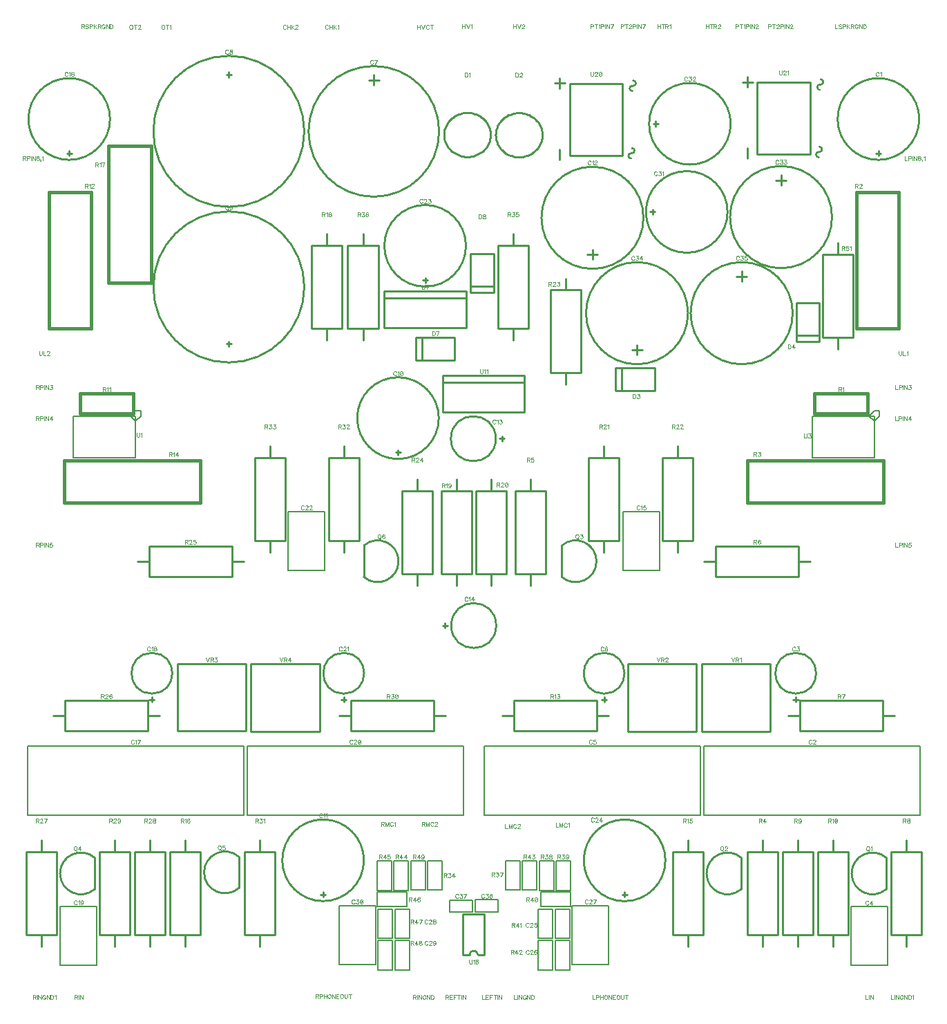
<source format=gto>
G04 DipTrace 2.4.0.2*
%INMacro_Amp.GTO*%
%MOIN*%
%ADD10C,0.0098*%
%ADD12C,0.003*%
%ADD14C,0.015*%
%ADD21C,0.005*%
%FSLAX44Y44*%
G04*
G70*
G90*
G75*
G01*
%LNTopSilk*%
%LPD*%
X41400Y44639D2*
D10*
G02X41400Y44639I0J-1969D01*
G01*
X41518Y41016D2*
X41282D1*
X41400Y40898D2*
Y41135D1*
X43417Y12453D2*
D21*
X32983D1*
Y9107D1*
X43417D1*
Y12453D1*
X37410Y16934D2*
D10*
G02X37410Y16934I0J-984D01*
G01*
X37528Y14690D2*
X37292D1*
X37410Y14572D2*
Y14808D1*
X41836Y1863D2*
D21*
X40064D1*
Y4697D1*
X41836D1*
Y1863D1*
X32817Y12453D2*
X22383D1*
Y9107D1*
X32817D1*
Y12453D1*
X28160Y16934D2*
D10*
G02X28160Y16934I0J-984D01*
G01*
X28278Y14690D2*
X28042D1*
X28160Y14572D2*
Y14808D1*
X17050Y38924D2*
G02X17050Y38924I0J3150D01*
G01*
X16802Y44552D2*
X17298D1*
X17050Y44800D2*
Y44304D1*
X6408Y42074D2*
G02X6408Y42074I3642J0D01*
G01*
X9932Y44808D2*
X10168D1*
X10050Y44926D2*
Y44690D1*
X6408Y34574D2*
G02X6408Y34574I3642J0D01*
G01*
X10168Y31839D2*
X9932D1*
X10050Y31721D2*
Y31957D1*
X18216Y30219D2*
G02X18216Y30219I0J-1969D01*
G01*
X18334Y26596D2*
X18098D1*
X18216Y26478D2*
Y26715D1*
X14600Y8903D2*
G02X14600Y8903I0J-1969D01*
G01*
X14718Y5281D2*
X14482D1*
X14600Y5163D2*
Y5399D1*
X27600Y40370D2*
G02X27600Y40370I0J-2461D01*
G01*
X27848Y36140D2*
X27352D1*
X27600Y35892D2*
Y36388D1*
X20767Y27258D2*
G02X20767Y27258I1083J0D01*
G01*
X23228Y27376D2*
Y27140D1*
X23346Y27258D2*
X23110D1*
X20787Y18250D2*
G02X20787Y18250I1083J0D01*
G01*
X20492Y18132D2*
Y18368D1*
X20374Y18250D2*
X20610D1*
X30836Y20913D2*
D21*
X29064D1*
Y23747D1*
X30836D1*
Y20913D1*
X2350Y44639D2*
D10*
G02X2350Y44639I0J-1969D01*
G01*
X2468Y41016D2*
X2232D1*
X2350Y40898D2*
Y41135D1*
X333Y9106D2*
D21*
X10767D1*
Y12452D1*
X333D1*
Y9106D1*
X6340Y16934D2*
D10*
G02X6340Y16934I0J-984D01*
G01*
X6458Y14690D2*
X6222D1*
X6340Y14572D2*
Y14808D1*
X3686Y1867D2*
D21*
X1914D1*
Y4702D1*
X3686D1*
Y1867D1*
X10933Y9106D2*
X21367D1*
Y12452D1*
X10933D1*
Y9106D1*
X15594Y16934D2*
D10*
G02X15594Y16934I0J-984D01*
G01*
X15712Y14690D2*
X15476D1*
X15594Y14572D2*
Y14808D1*
X14686Y20913D2*
D21*
X12914D1*
Y23747D1*
X14686D1*
Y20913D1*
X19526Y38526D2*
D10*
G02X19526Y38526I0J-1969D01*
G01*
X19644Y34904D2*
X19408D1*
X19526Y34786D2*
Y35022D1*
X29150Y8899D2*
G02X29150Y8899I0J-1969D01*
G01*
X29268Y5276D2*
X29032D1*
X29150Y5158D2*
Y5395D1*
X25796Y4580D2*
D21*
X26504D1*
Y3160D1*
X25796D1*
Y4580D1*
X26504Y1640D2*
X25796D1*
Y3060D1*
X26504D1*
Y1640D1*
X28386Y1913D2*
X26614D1*
Y4747D1*
X28386D1*
Y1913D1*
X18066Y4580D2*
X18774D1*
Y3160D1*
X18066D1*
Y4580D1*
X18774Y1640D2*
X18066D1*
Y3060D1*
X18774D1*
Y1640D1*
X17136Y1913D2*
X15364D1*
Y4747D1*
X17136D1*
Y1913D1*
X34119Y38191D2*
D10*
G02X34119Y38191I-1969J0D01*
G01*
X30496Y38073D2*
Y38309D1*
X30378Y38191D2*
X30615D1*
X34269Y42441D2*
G02X34269Y42441I-1969J0D01*
G01*
X30646Y42323D2*
Y42559D1*
X30528Y42441D2*
X30765D1*
X36700Y35480D2*
G02X36700Y35480I0J2461D01*
G01*
X36452Y39710D2*
X36948D1*
X36700Y39958D2*
Y39462D1*
X29750Y35770D2*
G02X29750Y35770I0J-2461D01*
G01*
X29998Y31540D2*
X29502D1*
X29750Y31292D2*
Y31788D1*
X34800Y30849D2*
G02X34800Y30849I0J2461D01*
G01*
X34552Y35079D2*
X35048D1*
X34800Y35327D2*
Y34831D1*
X21945Y5026D2*
D21*
X23046D1*
Y4450D1*
X21945D1*
Y5026D1*
X20434Y41913D2*
D10*
X20436Y41987D1*
X20445Y42060D1*
X20458Y42133D1*
X20477Y42205D1*
X20502Y42276D1*
X20531Y42345D1*
X20565Y42411D1*
X20605Y42476D1*
X20649Y42537D1*
X20697Y42596D1*
X20749Y42651D1*
X20806Y42702D1*
X20866Y42750D1*
X20930Y42793D1*
X20996Y42833D1*
X21065Y42868D1*
X21137Y42898D1*
X21211Y42923D1*
X21286Y42944D1*
X21363Y42959D1*
X21441Y42969D1*
X21519Y42974D1*
X21598D1*
X21676Y42969D1*
X21754Y42959D1*
X21831Y42944D1*
X21906Y42923D1*
X21980Y42898D1*
X22052Y42868D1*
X22121Y42833D1*
X22188Y42793D1*
X22251Y42750D1*
X22311Y42702D1*
X22368Y42651D1*
X22420Y42596D1*
X22469Y42537D1*
X22513Y42476D1*
X22552Y42411D1*
X22586Y42345D1*
X22616Y42276D1*
X22640Y42205D1*
X22659Y42133D1*
X22673Y42060D1*
X22681Y41987D1*
X22684Y41913D1*
X22681Y41838D1*
X22673Y41765D1*
X22659Y41692D1*
X22640Y41620D1*
X22616Y41549D1*
X22586Y41480D1*
X22552Y41414D1*
X22513Y41349D1*
X22469Y41288D1*
X22420Y41230D1*
X22368Y41174D1*
X22311Y41123D1*
X22251Y41075D1*
X22188Y41032D1*
X22121Y40992D1*
X22052Y40958D1*
X21980Y40927D1*
X21906Y40902D1*
X21831Y40882D1*
X21754Y40866D1*
X21676Y40856D1*
X21598Y40851D1*
X21519D1*
X21441Y40856D1*
X21363Y40866D1*
X21286Y40882D1*
X21211Y40902D1*
X21137Y40927D1*
X21065Y40958D1*
X20996Y40992D1*
X20930Y41032D1*
X20866Y41075D1*
X20806Y41123D1*
X20749Y41174D1*
X20697Y41230D1*
X20649Y41288D1*
X20605Y41349D1*
X20565Y41414D1*
X20531Y41480D1*
X20502Y41549D1*
X20477Y41620D1*
X20458Y41692D1*
X20445Y41765D1*
X20436Y41838D1*
X20434Y41913D1*
X22925Y41904D2*
X22928Y41978D1*
X22936Y42052D1*
X22950Y42125D1*
X22969Y42197D1*
X22993Y42267D1*
X23022Y42336D1*
X23057Y42403D1*
X23096Y42467D1*
X23140Y42528D1*
X23188Y42587D1*
X23241Y42642D1*
X23297Y42693D1*
X23357Y42741D1*
X23421Y42785D1*
X23487Y42824D1*
X23557Y42859D1*
X23629Y42889D1*
X23702Y42914D1*
X23778Y42935D1*
X23855Y42950D1*
X23932Y42961D1*
X24011Y42966D1*
X24089D1*
X24168Y42961D1*
X24245Y42950D1*
X24322Y42935D1*
X24398Y42914D1*
X24471Y42889D1*
X24543Y42859D1*
X24612Y42824D1*
X24679Y42785D1*
X24743Y42741D1*
X24803Y42693D1*
X24859Y42642D1*
X24912Y42587D1*
X24960Y42528D1*
X25004Y42467D1*
X25043Y42403D1*
X25078Y42336D1*
X25107Y42267D1*
X25131Y42197D1*
X25150Y42125D1*
X25164Y42052D1*
X25172Y41978D1*
X25175Y41904D1*
X25172Y41830D1*
X25164Y41756D1*
X25150Y41683D1*
X25131Y41611D1*
X25107Y41540D1*
X25078Y41472D1*
X25043Y41405D1*
X25004Y41341D1*
X24960Y41279D1*
X24912Y41221D1*
X24859Y41166D1*
X24803Y41114D1*
X24743Y41067D1*
X24679Y41023D1*
X24612Y40984D1*
X24543Y40949D1*
X24471Y40919D1*
X24398Y40893D1*
X24322Y40873D1*
X24245Y40857D1*
X24168Y40847D1*
X24089Y40842D1*
X24011D1*
X23932Y40847D1*
X23855Y40857D1*
X23778Y40873D1*
X23702Y40893D1*
X23629Y40919D1*
X23557Y40949D1*
X23487Y40984D1*
X23421Y41023D1*
X23357Y41067D1*
X23297Y41114D1*
X23241Y41166D1*
X23188Y41221D1*
X23140Y41279D1*
X23096Y41341D1*
X23057Y41405D1*
X23022Y41472D1*
X22993Y41540D1*
X22969Y41611D1*
X22950Y41683D1*
X22936Y41756D1*
X22928Y41830D1*
X22925Y41904D1*
X28724Y29569D2*
Y30671D1*
X28744D2*
X30596D1*
X29022Y29569D2*
Y30671D1*
X30596Y29569D2*
Y30671D1*
X28744Y29569D2*
X30596D1*
X38551Y31929D2*
X37449D1*
Y31949D2*
Y33801D1*
X38551Y32228D2*
X37449D1*
X38551Y33801D2*
X37449D1*
X38551Y31949D2*
Y33801D1*
X19080Y31047D2*
Y32150D1*
X19101D2*
X20952D1*
X19379Y31047D2*
Y32150D1*
X20952Y31047D2*
Y32150D1*
X19101Y31047D2*
X20952D1*
X22828Y34303D2*
X21725D1*
Y34323D2*
Y36175D1*
X22828Y34601D2*
X21725D1*
X22828Y36175D2*
X21725D1*
X22828Y34323D2*
Y36175D1*
X41781Y5544D2*
G02X41781Y7056I-666J756D01*
G01*
Y5544D1*
X34781D2*
G02X34781Y7056I-666J756D01*
G01*
Y5544D1*
X26119Y22106D2*
G02X26119Y20594I666J-756D01*
G01*
Y22106D1*
X3581Y5544D2*
G02X3581Y7056I-666J756D01*
G01*
Y5544D1*
X10531Y5594D2*
G02X10531Y7106I-666J756D01*
G01*
Y5594D1*
X16569Y22106D2*
G02X16569Y20594I666J-756D01*
G01*
Y22106D1*
X38311Y29442D2*
D14*
X40871D1*
Y28458D1*
X38311D1*
Y29442D1*
X40326Y39138D2*
X42374D1*
Y32562D1*
X40326D1*
Y39138D1*
X41638Y26224D2*
X35062D1*
Y24176D1*
X41638D1*
Y26224D1*
X36540Y7350D2*
D10*
X35060D1*
Y3350D1*
X36540D1*
Y7350D1*
X35800D2*
Y7913D1*
Y3350D2*
Y2787D1*
X23860Y20750D2*
X25340D1*
Y24750D1*
X23860D1*
Y20750D1*
X24600D2*
Y20187D1*
Y24750D2*
Y25313D1*
X37550Y20610D2*
X33550D1*
Y22090D1*
X37550D1*
Y20610D1*
Y21350D2*
X38113D1*
X33550D2*
X32987D1*
X37600Y14640D2*
X41600D1*
Y13160D1*
X37600D1*
Y14640D1*
Y13900D2*
X37037D1*
X41600D2*
X42163D1*
X42010Y3350D2*
X43490D1*
Y7350D1*
X42010D1*
Y3350D1*
X42750D2*
Y2787D1*
Y7350D2*
Y7913D1*
X36760Y3350D2*
X38240D1*
Y7350D1*
X36760D1*
Y3350D1*
X37500D2*
Y2787D1*
Y7350D2*
Y7913D1*
X39940Y7350D2*
X38460D1*
Y3350D1*
X39940D1*
Y7350D1*
X39200D2*
Y7913D1*
Y3350D2*
Y2787D1*
X5439Y28458D2*
D14*
X2879D1*
Y29442D1*
X5439D1*
Y28458D1*
X1376Y39138D2*
X3424D1*
Y32562D1*
X1376D1*
Y39138D1*
X27800Y13160D2*
D10*
X23800D1*
Y14640D1*
X27800D1*
Y13160D1*
Y13900D2*
X28363D1*
X23800D2*
X23237D1*
X2112Y24176D2*
D14*
X8688D1*
Y26224D1*
X2112D1*
Y24176D1*
X31460Y3350D2*
D10*
X32940D1*
Y7350D1*
X31460D1*
Y3350D1*
X32200D2*
Y2787D1*
Y7350D2*
Y7913D1*
X8690Y7350D2*
X7210D1*
Y3350D1*
X8690D1*
Y7350D1*
X7950D2*
Y7913D1*
Y3350D2*
Y2787D1*
X6300Y34786D2*
D14*
X4253D1*
Y41361D1*
X6300D1*
Y34786D1*
X15516Y36573D2*
D10*
X14036D1*
Y32574D1*
X15516D1*
Y36573D1*
X14776D2*
Y37136D1*
Y32574D2*
Y32011D1*
X21790Y24750D2*
X20310D1*
Y20750D1*
X21790D1*
Y24750D1*
X21050D2*
Y25313D1*
Y20750D2*
Y20187D1*
X23440Y24750D2*
X21960D1*
Y20750D1*
X23440D1*
Y24750D1*
X22700D2*
Y25313D1*
Y20750D2*
Y20187D1*
X28890Y26350D2*
X27410D1*
Y22350D1*
X28890D1*
Y26350D1*
X28150D2*
Y26913D1*
Y22350D2*
Y21787D1*
X32440Y26350D2*
X30960D1*
Y22350D1*
X32440D1*
Y26350D1*
X31700D2*
Y26913D1*
Y22350D2*
Y21787D1*
X27040Y34425D2*
X25560D1*
Y30425D1*
X27040D1*
Y34425D1*
X26300D2*
Y34988D1*
Y30425D2*
Y29862D1*
X18410Y20750D2*
X19890D1*
Y24750D1*
X18410D1*
Y20750D1*
X19150D2*
Y20187D1*
Y24750D2*
Y25313D1*
X6200Y22090D2*
X10200D1*
Y20610D1*
X6200D1*
Y22090D1*
Y21350D2*
X5637D1*
X10200D2*
X10763D1*
X6150Y13160D2*
X2150D1*
Y14640D1*
X6150D1*
Y13160D1*
Y13900D2*
X6713D1*
X2150D2*
X1587D1*
X260Y3350D2*
X1740D1*
Y7350D1*
X260D1*
Y3350D1*
X1000D2*
Y2787D1*
Y7350D2*
Y7913D1*
X5510Y3350D2*
X6990D1*
Y7350D1*
X5510D1*
Y3350D1*
X6250D2*
Y2787D1*
Y7350D2*
Y7913D1*
X5290Y7350D2*
X3810D1*
Y3350D1*
X5290D1*
Y7350D1*
X4550D2*
Y7913D1*
Y3350D2*
Y2787D1*
X15950Y14640D2*
X19950D1*
Y13160D1*
X15950D1*
Y14640D1*
Y13900D2*
X15387D1*
X19950D2*
X20513D1*
X10810Y3350D2*
X12290D1*
Y7350D1*
X10810D1*
Y3350D1*
X11550D2*
Y2787D1*
Y7350D2*
Y7913D1*
X16340Y26350D2*
X14860D1*
Y22350D1*
X16340D1*
Y26350D1*
X15600D2*
Y26913D1*
Y22350D2*
Y21787D1*
X12790Y26350D2*
X11310D1*
Y22350D1*
X12790D1*
Y26350D1*
X12050D2*
Y26913D1*
Y22350D2*
Y21787D1*
X19646Y6910D2*
D21*
X20354D1*
Y5491D1*
X19646D1*
Y6910D1*
X24516Y36573D2*
D10*
X23036D1*
Y32574D1*
X24516D1*
Y36573D1*
X23776D2*
Y37136D1*
Y32574D2*
Y32011D1*
X15786Y32574D2*
X17266D1*
Y36573D1*
X15786D1*
Y32574D1*
X16526D2*
Y32011D1*
Y36573D2*
Y37136D1*
X23396Y6910D2*
D21*
X24104D1*
Y5491D1*
X23396D1*
Y6910D1*
X25734Y5490D2*
X25026D1*
Y6909D1*
X25734D1*
Y5490D1*
X26534D2*
X25826D1*
Y6909D1*
X26534D1*
Y5490D1*
X26540Y5404D2*
X25121D1*
Y4696D1*
X26540D1*
Y5404D1*
X25684Y3160D2*
X24976D1*
Y4579D1*
X25684D1*
Y3160D1*
X24976Y3060D2*
X25684D1*
Y1641D1*
X24976D1*
Y3060D1*
X24196Y6910D2*
X24904D1*
Y5491D1*
X24196D1*
Y6910D1*
X18724Y5490D2*
X18016D1*
Y6909D1*
X18724D1*
Y5490D1*
X17924D2*
X17216D1*
Y6909D1*
X17924D1*
Y5490D1*
X17210Y4696D2*
X18629D1*
Y5404D1*
X17210D1*
Y4696D1*
X17954Y3160D2*
X17246D1*
Y4579D1*
X17954D1*
Y3160D1*
X17246Y3060D2*
X17954D1*
Y1641D1*
X17246D1*
Y3060D1*
X18846Y6910D2*
X19554D1*
Y5491D1*
X18846D1*
Y6910D1*
X40190Y36150D2*
D10*
X38710D1*
Y32150D1*
X40190D1*
Y36150D1*
X39450D2*
Y36713D1*
Y32150D2*
Y31587D1*
X2550Y28350D2*
D21*
X5550D1*
X2550Y26350D2*
Y28350D1*
X5550Y26350D2*
X2550D1*
X5550Y28350D2*
Y26350D1*
X5800Y28350D2*
X5550Y28100D1*
X5300Y28350D1*
X5550Y28600D1*
X5800D1*
Y28350D1*
X38200D2*
X41200D1*
X38200Y26350D2*
Y28350D1*
X41200Y26350D2*
X38200D1*
X41200Y28350D2*
Y26350D1*
X41450Y28350D2*
X41200Y28100D1*
X40950Y28350D1*
X41200Y28600D1*
X41450D1*
Y28350D1*
X17558Y34387D2*
D10*
X21495D1*
Y32615D1*
X17558D1*
Y34387D1*
Y34032D2*
X21495D1*
X20381Y30313D2*
X24319D1*
Y28541D1*
X20381D1*
Y30313D1*
Y29959D2*
X24319D1*
X22382Y2376D2*
Y4344D1*
X21358Y2376D2*
Y4344D1*
X22382D2*
X21358D1*
X22067Y2376D2*
X22382D1*
X21673D2*
X21358D1*
X22067D2*
G03X21673Y2376I-197J0D01*
G01*
X29054Y40913D2*
X26495D1*
Y44378D1*
X29054D1*
Y40913D1*
X26025Y44145D2*
Y44645D1*
X25775Y44395D2*
X26275D1*
X26025Y40708D2*
Y41208D1*
X29524Y44021D2*
G02X29524Y44271I0J125D01*
G01*
X29566Y44521D2*
G02X29566Y44271I0J-125D01*
G01*
X29462Y40771D2*
G02X29462Y41021I0J125D01*
G01*
X29504Y41271D2*
G02X29504Y41021I0J-125D01*
G01*
X38105Y40972D2*
X35546D1*
Y44437D1*
X38105D1*
Y40972D1*
X35076Y44204D2*
Y44705D1*
X34826Y44454D2*
X35326D1*
X35076Y40767D2*
Y41267D1*
X38575Y44080D2*
G02X38575Y44330I0J125D01*
G01*
X38617Y44580D2*
G02X38617Y44330I0J-125D01*
G01*
X38513Y40830D2*
G02X38513Y41080I0J125D01*
G01*
X38555Y41330D2*
G02X38555Y41080I0J-125D01*
G01*
X36188Y16405D2*
X32875D1*
Y13155D1*
X36188D1*
Y16405D1*
X29312Y13155D2*
X32625D1*
Y16405D1*
X29312D1*
Y13155D1*
X7562Y13159D2*
X10875D1*
Y16409D1*
X7562D1*
Y13159D1*
X14438Y16405D2*
X11125D1*
Y13155D1*
X14438D1*
Y16405D1*
X20700Y5021D2*
D21*
X21801D1*
Y4445D1*
X20700D1*
Y5021D1*
X41417Y44884D2*
D12*
X41407Y44903D1*
X41388Y44922D1*
X41369Y44931D1*
X41331D1*
X41312Y44922D1*
X41293Y44903D1*
X41283Y44884D1*
X41273Y44855D1*
Y44807D1*
X41283Y44778D1*
X41293Y44759D1*
X41312Y44740D1*
X41331Y44730D1*
X41369D1*
X41388Y44740D1*
X41407Y44759D1*
X41417Y44778D1*
X41479Y44893D2*
X41498Y44903D1*
X41527Y44931D1*
Y44730D1*
X38174Y12698D2*
X38164Y12717D1*
X38145Y12737D1*
X38126Y12746D1*
X38088D1*
X38069Y12737D1*
X38050Y12717D1*
X38040Y12698D1*
X38030Y12670D1*
Y12622D1*
X38040Y12593D1*
X38050Y12574D1*
X38069Y12555D1*
X38088Y12545D1*
X38126D1*
X38145Y12555D1*
X38164Y12574D1*
X38174Y12593D1*
X38245Y12698D2*
Y12708D1*
X38255Y12727D1*
X38264Y12736D1*
X38284Y12746D1*
X38322D1*
X38341Y12736D1*
X38350Y12727D1*
X38360Y12708D1*
Y12689D1*
X38350Y12669D1*
X38331Y12641D1*
X38236Y12545D1*
X38370D1*
X37384Y17179D2*
X37374Y17198D1*
X37355Y17218D1*
X37336Y17227D1*
X37298D1*
X37279Y17218D1*
X37260Y17198D1*
X37250Y17179D1*
X37240Y17151D1*
Y17103D1*
X37250Y17074D1*
X37260Y17055D1*
X37279Y17036D1*
X37298Y17026D1*
X37336D1*
X37355Y17036D1*
X37374Y17055D1*
X37384Y17074D1*
X37465Y17227D2*
X37570D1*
X37513Y17150D1*
X37541D1*
X37560Y17141D1*
X37570Y17131D1*
X37580Y17103D1*
Y17084D1*
X37570Y17055D1*
X37551Y17036D1*
X37522Y17026D1*
X37493D1*
X37465Y17036D1*
X37455Y17045D1*
X37446Y17064D1*
X40919Y4942D2*
X40910Y4961D1*
X40890Y4981D1*
X40871Y4990D1*
X40833D1*
X40814Y4981D1*
X40795Y4961D1*
X40785Y4942D1*
X40776Y4914D1*
Y4866D1*
X40785Y4837D1*
X40795Y4818D1*
X40814Y4799D1*
X40833Y4789D1*
X40871D1*
X40890Y4799D1*
X40910Y4818D1*
X40919Y4837D1*
X41077Y4789D2*
Y4990D1*
X40981Y4856D1*
X41124D1*
X27574Y12698D2*
X27564Y12717D1*
X27545Y12737D1*
X27526Y12746D1*
X27488D1*
X27469Y12737D1*
X27450Y12717D1*
X27440Y12698D1*
X27430Y12670D1*
Y12622D1*
X27440Y12593D1*
X27450Y12574D1*
X27469Y12555D1*
X27488Y12545D1*
X27526D1*
X27545Y12555D1*
X27564Y12574D1*
X27574Y12593D1*
X27750Y12746D2*
X27655D1*
X27645Y12660D1*
X27655Y12669D1*
X27684Y12679D1*
X27712D1*
X27741Y12669D1*
X27760Y12650D1*
X27770Y12622D1*
Y12603D1*
X27760Y12574D1*
X27741Y12555D1*
X27712Y12545D1*
X27684D1*
X27655Y12555D1*
X27645Y12564D1*
X27636Y12583D1*
X28139Y17179D2*
X28129Y17198D1*
X28110Y17218D1*
X28091Y17227D1*
X28053D1*
X28034Y17218D1*
X28014Y17198D1*
X28005Y17179D1*
X27995Y17151D1*
Y17103D1*
X28005Y17074D1*
X28014Y17055D1*
X28034Y17036D1*
X28053Y17026D1*
X28091D1*
X28110Y17036D1*
X28129Y17055D1*
X28139Y17074D1*
X28315Y17198D2*
X28306Y17217D1*
X28277Y17227D1*
X28258D1*
X28229Y17217D1*
X28210Y17189D1*
X28200Y17141D1*
Y17093D1*
X28210Y17055D1*
X28229Y17036D1*
X28258Y17026D1*
X28267D1*
X28296Y17036D1*
X28315Y17055D1*
X28325Y17084D1*
Y17093D1*
X28315Y17122D1*
X28296Y17141D1*
X28267Y17150D1*
X28258D1*
X28229Y17141D1*
X28210Y17122D1*
X28200Y17093D1*
X17024Y45468D2*
X17014Y45487D1*
X16995Y45507D1*
X16976Y45516D1*
X16938D1*
X16919Y45507D1*
X16900Y45487D1*
X16890Y45468D1*
X16880Y45440D1*
Y45392D1*
X16890Y45363D1*
X16900Y45344D1*
X16919Y45325D1*
X16938Y45315D1*
X16976D1*
X16995Y45325D1*
X17014Y45344D1*
X17024Y45363D1*
X17124Y45315D2*
X17220Y45516D1*
X17086D1*
X10024Y45960D2*
X10014Y45980D1*
X9995Y45999D1*
X9976Y46008D1*
X9938D1*
X9919Y45999D1*
X9900Y45980D1*
X9890Y45960D1*
X9881Y45932D1*
Y45884D1*
X9890Y45855D1*
X9900Y45836D1*
X9919Y45817D1*
X9938Y45807D1*
X9976D1*
X9995Y45817D1*
X10014Y45836D1*
X10024Y45855D1*
X10133Y46008D2*
X10105Y45999D1*
X10095Y45980D1*
Y45960D1*
X10105Y45941D1*
X10124Y45932D1*
X10162Y45922D1*
X10191Y45913D1*
X10210Y45893D1*
X10219Y45874D1*
Y45846D1*
X10210Y45827D1*
X10200Y45817D1*
X10172Y45807D1*
X10133D1*
X10105Y45817D1*
X10095Y45827D1*
X10086Y45846D1*
Y45874D1*
X10095Y45893D1*
X10114Y45913D1*
X10143Y45922D1*
X10181Y45932D1*
X10200Y45941D1*
X10210Y45960D1*
Y45980D1*
X10200Y45999D1*
X10172Y46008D1*
X10133D1*
X10029Y38460D2*
X10019Y38480D1*
X10000Y38499D1*
X9981Y38508D1*
X9943D1*
X9923Y38499D1*
X9904Y38480D1*
X9895Y38460D1*
X9885Y38432D1*
Y38384D1*
X9895Y38355D1*
X9904Y38336D1*
X9923Y38317D1*
X9943Y38307D1*
X9981D1*
X10000Y38317D1*
X10019Y38336D1*
X10029Y38355D1*
X10215Y38441D2*
X10205Y38413D1*
X10186Y38393D1*
X10157Y38384D1*
X10148D1*
X10119Y38393D1*
X10100Y38413D1*
X10090Y38441D1*
Y38451D1*
X10100Y38480D1*
X10119Y38499D1*
X10148Y38508D1*
X10157D1*
X10186Y38499D1*
X10205Y38480D1*
X10215Y38441D1*
Y38393D1*
X10205Y38346D1*
X10186Y38317D1*
X10157Y38307D1*
X10138D1*
X10110Y38317D1*
X10100Y38336D1*
X18135Y30464D2*
X18125Y30483D1*
X18106Y30502D1*
X18087Y30511D1*
X18049D1*
X18030Y30502D1*
X18011Y30483D1*
X18001Y30464D1*
X17991Y30435D1*
Y30387D1*
X18001Y30358D1*
X18011Y30339D1*
X18030Y30320D1*
X18049Y30310D1*
X18087D1*
X18106Y30320D1*
X18125Y30339D1*
X18135Y30358D1*
X18197Y30473D2*
X18216Y30483D1*
X18244Y30511D1*
Y30310D1*
X18364Y30511D2*
X18335Y30502D1*
X18316Y30473D1*
X18306Y30425D1*
Y30396D1*
X18316Y30349D1*
X18335Y30320D1*
X18364Y30310D1*
X18383D1*
X18411Y30320D1*
X18430Y30349D1*
X18440Y30396D1*
Y30425D1*
X18430Y30473D1*
X18411Y30502D1*
X18383Y30511D1*
X18364D1*
X18430Y30473D2*
X18316Y30349D1*
X14562Y9148D2*
X14553Y9167D1*
X14533Y9186D1*
X14514Y9196D1*
X14476D1*
X14457Y9186D1*
X14438Y9167D1*
X14428Y9148D1*
X14419Y9119D1*
Y9071D1*
X14428Y9043D1*
X14438Y9023D1*
X14457Y9004D1*
X14476Y8995D1*
X14514D1*
X14533Y9004D1*
X14553Y9023D1*
X14562Y9043D1*
X14624Y9157D2*
X14643Y9167D1*
X14672Y9195D1*
Y8995D1*
X14733Y9157D2*
X14753Y9167D1*
X14781Y9195D1*
Y8995D1*
X27519Y40615D2*
X27510Y40634D1*
X27490Y40653D1*
X27471Y40663D1*
X27433D1*
X27414Y40653D1*
X27395Y40634D1*
X27385Y40615D1*
X27376Y40586D1*
Y40538D1*
X27385Y40510D1*
X27395Y40491D1*
X27414Y40472D1*
X27433Y40462D1*
X27471D1*
X27490Y40472D1*
X27510Y40491D1*
X27519Y40510D1*
X27581Y40624D2*
X27600Y40634D1*
X27629Y40663D1*
Y40462D1*
X27700Y40615D2*
Y40624D1*
X27710Y40644D1*
X27719Y40653D1*
X27738Y40663D1*
X27777D1*
X27796Y40653D1*
X27805Y40644D1*
X27815Y40624D1*
Y40605D1*
X27805Y40586D1*
X27786Y40558D1*
X27690Y40462D1*
X27824D1*
X22926Y28136D2*
X22916Y28155D1*
X22897Y28174D1*
X22878Y28183D1*
X22840D1*
X22820Y28174D1*
X22801Y28155D1*
X22792Y28136D1*
X22782Y28107D1*
Y28059D1*
X22792Y28030D1*
X22801Y28011D1*
X22820Y27992D1*
X22840Y27982D1*
X22878D1*
X22897Y27992D1*
X22916Y28011D1*
X22926Y28030D1*
X22987Y28145D2*
X23007Y28155D1*
X23035Y28183D1*
Y27982D1*
X23116Y28183D2*
X23221D1*
X23164Y28107D1*
X23193D1*
X23212Y28097D1*
X23221Y28088D1*
X23231Y28059D1*
Y28040D1*
X23221Y28011D1*
X23202Y27992D1*
X23174Y27982D1*
X23145D1*
X23116Y27992D1*
X23107Y28002D1*
X23097Y28021D1*
X21578Y19578D2*
X21568Y19597D1*
X21549Y19616D1*
X21530Y19626D1*
X21492D1*
X21472Y19616D1*
X21453Y19597D1*
X21444Y19578D1*
X21434Y19549D1*
Y19501D1*
X21444Y19473D1*
X21453Y19453D1*
X21472Y19434D1*
X21492Y19425D1*
X21530D1*
X21549Y19434D1*
X21568Y19453D1*
X21578Y19473D1*
X21639Y19587D2*
X21659Y19597D1*
X21687Y19625D1*
Y19425D1*
X21845D2*
Y19625D1*
X21749Y19492D1*
X21893D1*
X29869Y23992D2*
X29860Y24011D1*
X29840Y24031D1*
X29821Y24040D1*
X29783D1*
X29764Y24031D1*
X29745Y24011D1*
X29735Y23992D1*
X29726Y23964D1*
Y23916D1*
X29735Y23887D1*
X29745Y23868D1*
X29764Y23849D1*
X29783Y23839D1*
X29821D1*
X29840Y23849D1*
X29860Y23868D1*
X29869Y23887D1*
X29931Y24002D2*
X29950Y24011D1*
X29979Y24040D1*
Y23839D1*
X30155Y24040D2*
X30060D1*
X30050Y23954D1*
X30060Y23964D1*
X30088Y23973D1*
X30117D1*
X30146Y23964D1*
X30165Y23944D1*
X30174Y23916D1*
Y23897D1*
X30165Y23868D1*
X30146Y23849D1*
X30117Y23839D1*
X30088D1*
X30060Y23849D1*
X30050Y23858D1*
X30040Y23878D1*
X2274Y44884D2*
X2264Y44903D1*
X2245Y44922D1*
X2226Y44931D1*
X2188D1*
X2169Y44922D1*
X2150Y44903D1*
X2140Y44884D1*
X2130Y44855D1*
Y44807D1*
X2140Y44778D1*
X2150Y44759D1*
X2169Y44740D1*
X2188Y44730D1*
X2226D1*
X2245Y44740D1*
X2264Y44759D1*
X2274Y44778D1*
X2336Y44893D2*
X2355Y44903D1*
X2384Y44931D1*
Y44730D1*
X2560Y44903D2*
X2551Y44922D1*
X2522Y44931D1*
X2503D1*
X2474Y44922D1*
X2455Y44893D1*
X2445Y44845D1*
Y44797D1*
X2455Y44759D1*
X2474Y44740D1*
X2503Y44730D1*
X2512D1*
X2541Y44740D1*
X2560Y44759D1*
X2570Y44788D1*
Y44797D1*
X2560Y44826D1*
X2541Y44845D1*
X2512Y44855D1*
X2503D1*
X2474Y44845D1*
X2455Y44826D1*
X2445Y44797D1*
X5469Y12698D2*
X5460Y12717D1*
X5440Y12736D1*
X5421Y12745D1*
X5383D1*
X5364Y12736D1*
X5345Y12717D1*
X5335Y12698D1*
X5326Y12669D1*
Y12621D1*
X5335Y12592D1*
X5345Y12573D1*
X5364Y12554D1*
X5383Y12544D1*
X5421D1*
X5440Y12554D1*
X5460Y12573D1*
X5469Y12592D1*
X5531Y12707D2*
X5550Y12717D1*
X5579Y12745D1*
Y12544D1*
X5679D2*
X5774Y12745D1*
X5640D1*
X6259Y17179D2*
X6250Y17198D1*
X6230Y17218D1*
X6211Y17227D1*
X6173D1*
X6154Y17218D1*
X6135Y17198D1*
X6125Y17179D1*
X6116Y17151D1*
Y17103D1*
X6125Y17074D1*
X6135Y17055D1*
X6154Y17036D1*
X6173Y17026D1*
X6211D1*
X6230Y17036D1*
X6250Y17055D1*
X6259Y17074D1*
X6321Y17189D2*
X6340Y17198D1*
X6369Y17227D1*
Y17026D1*
X6478Y17227D2*
X6450Y17217D1*
X6440Y17198D1*
Y17179D1*
X6450Y17160D1*
X6469Y17150D1*
X6507Y17141D1*
X6536Y17131D1*
X6555Y17112D1*
X6564Y17093D1*
Y17064D1*
X6555Y17045D1*
X6545Y17036D1*
X6517Y17026D1*
X6478D1*
X6450Y17036D1*
X6440Y17045D1*
X6431Y17064D1*
Y17093D1*
X6440Y17112D1*
X6459Y17131D1*
X6488Y17141D1*
X6526Y17150D1*
X6545Y17160D1*
X6555Y17179D1*
Y17198D1*
X6545Y17217D1*
X6517Y17227D1*
X6478D1*
X2724Y4947D2*
X2714Y4966D1*
X2695Y4985D1*
X2676Y4994D1*
X2638D1*
X2619Y4985D1*
X2600Y4966D1*
X2590Y4947D1*
X2580Y4918D1*
Y4870D1*
X2590Y4841D1*
X2600Y4822D1*
X2619Y4803D1*
X2638Y4794D1*
X2676D1*
X2695Y4803D1*
X2714Y4822D1*
X2724Y4841D1*
X2786Y4956D2*
X2805Y4966D1*
X2833Y4994D1*
Y4794D1*
X3020Y4927D2*
X3010Y4899D1*
X2991Y4880D1*
X2962Y4870D1*
X2953D1*
X2924Y4880D1*
X2905Y4899D1*
X2895Y4927D1*
Y4937D1*
X2905Y4966D1*
X2924Y4985D1*
X2953Y4994D1*
X2962D1*
X2991Y4985D1*
X3010Y4966D1*
X3020Y4927D1*
Y4880D1*
X3010Y4832D1*
X2991Y4803D1*
X2962Y4794D1*
X2943D1*
X2914Y4803D1*
X2905Y4822D1*
X16026Y12698D2*
X16017Y12717D1*
X15997Y12736D1*
X15978Y12745D1*
X15940D1*
X15921Y12736D1*
X15902Y12717D1*
X15892Y12698D1*
X15883Y12669D1*
Y12621D1*
X15892Y12592D1*
X15902Y12573D1*
X15921Y12554D1*
X15940Y12544D1*
X15978D1*
X15997Y12554D1*
X16017Y12573D1*
X16026Y12592D1*
X16097Y12697D2*
Y12707D1*
X16107Y12726D1*
X16117Y12736D1*
X16136Y12745D1*
X16174D1*
X16193Y12736D1*
X16203Y12726D1*
X16212Y12707D1*
Y12688D1*
X16203Y12669D1*
X16183Y12640D1*
X16088Y12544D1*
X16222D1*
X16341Y12745D2*
X16312Y12736D1*
X16293Y12707D1*
X16283Y12659D1*
Y12630D1*
X16293Y12583D1*
X16312Y12554D1*
X16341Y12544D1*
X16360D1*
X16389Y12554D1*
X16408Y12583D1*
X16417Y12630D1*
Y12659D1*
X16408Y12707D1*
X16389Y12736D1*
X16360Y12745D1*
X16341D1*
X16408Y12707D2*
X16293Y12583D1*
X15513Y17179D2*
X15503Y17198D1*
X15484Y17218D1*
X15465Y17227D1*
X15427D1*
X15407Y17218D1*
X15388Y17198D1*
X15379Y17179D1*
X15369Y17151D1*
Y17103D1*
X15379Y17074D1*
X15388Y17055D1*
X15407Y17036D1*
X15427Y17026D1*
X15465D1*
X15484Y17036D1*
X15503Y17055D1*
X15513Y17074D1*
X15584Y17179D2*
Y17189D1*
X15594Y17208D1*
X15603Y17217D1*
X15622Y17227D1*
X15661D1*
X15680Y17217D1*
X15689Y17208D1*
X15699Y17189D1*
Y17170D1*
X15689Y17150D1*
X15670Y17122D1*
X15574Y17026D1*
X15708D1*
X15770Y17189D2*
X15789Y17198D1*
X15818Y17227D1*
Y17026D1*
X13676Y23992D2*
X13667Y24011D1*
X13647Y24031D1*
X13628Y24040D1*
X13590D1*
X13571Y24031D1*
X13552Y24011D1*
X13542Y23992D1*
X13533Y23964D1*
Y23916D1*
X13542Y23887D1*
X13552Y23868D1*
X13571Y23849D1*
X13590Y23839D1*
X13628D1*
X13647Y23849D1*
X13667Y23868D1*
X13676Y23887D1*
X13747Y23992D2*
Y24002D1*
X13757Y24021D1*
X13767Y24030D1*
X13786Y24040D1*
X13824D1*
X13843Y24030D1*
X13853Y24021D1*
X13862Y24002D1*
Y23983D1*
X13853Y23964D1*
X13833Y23935D1*
X13738Y23839D1*
X13872D1*
X13943Y23992D2*
Y24002D1*
X13953Y24021D1*
X13962Y24030D1*
X13981Y24040D1*
X14020D1*
X14039Y24030D1*
X14048Y24021D1*
X14058Y24002D1*
Y23983D1*
X14048Y23964D1*
X14029Y23935D1*
X13933Y23839D1*
X14067D1*
X19402Y38772D2*
X19393Y38791D1*
X19374Y38810D1*
X19355Y38819D1*
X19316D1*
X19297Y38810D1*
X19278Y38791D1*
X19268Y38772D1*
X19259Y38743D1*
Y38695D1*
X19268Y38666D1*
X19278Y38647D1*
X19297Y38628D1*
X19316Y38618D1*
X19355D1*
X19374Y38628D1*
X19393Y38647D1*
X19402Y38666D1*
X19474Y38771D2*
Y38781D1*
X19483Y38800D1*
X19493Y38810D1*
X19512Y38819D1*
X19550D1*
X19569Y38810D1*
X19579Y38800D1*
X19589Y38781D1*
Y38762D1*
X19579Y38743D1*
X19560Y38714D1*
X19464Y38618D1*
X19598D1*
X19679Y38819D2*
X19784D1*
X19727Y38743D1*
X19756D1*
X19775Y38733D1*
X19784Y38724D1*
X19794Y38695D1*
Y38676D1*
X19784Y38647D1*
X19765Y38628D1*
X19736Y38618D1*
X19708D1*
X19679Y38628D1*
X19670Y38638D1*
X19660Y38657D1*
X27671Y8944D2*
X27662Y8963D1*
X27643Y8982D1*
X27624Y8991D1*
X27585D1*
X27566Y8982D1*
X27547Y8963D1*
X27537Y8944D1*
X27528Y8915D1*
Y8867D1*
X27537Y8838D1*
X27547Y8819D1*
X27566Y8800D1*
X27585Y8790D1*
X27624D1*
X27643Y8800D1*
X27662Y8819D1*
X27671Y8838D1*
X27743Y8943D2*
Y8953D1*
X27752Y8972D1*
X27762Y8982D1*
X27781Y8991D1*
X27819D1*
X27838Y8982D1*
X27848Y8972D1*
X27857Y8953D1*
Y8934D1*
X27848Y8915D1*
X27829Y8886D1*
X27733Y8790D1*
X27867D1*
X28024D2*
Y8991D1*
X27929Y8857D1*
X28072D1*
X24526Y3875D2*
X24517Y3894D1*
X24497Y3913D1*
X24478Y3923D1*
X24440D1*
X24421Y3913D1*
X24402Y3894D1*
X24392Y3875D1*
X24383Y3846D1*
Y3798D1*
X24392Y3770D1*
X24402Y3751D1*
X24421Y3732D1*
X24440Y3722D1*
X24478D1*
X24497Y3732D1*
X24517Y3751D1*
X24526Y3770D1*
X24597Y3875D2*
Y3884D1*
X24607Y3904D1*
X24617Y3913D1*
X24636Y3923D1*
X24674D1*
X24693Y3913D1*
X24703Y3904D1*
X24712Y3884D1*
Y3865D1*
X24703Y3846D1*
X24683Y3818D1*
X24588Y3722D1*
X24722D1*
X24898Y3923D2*
X24803D1*
X24793Y3837D1*
X24803Y3846D1*
X24831Y3856D1*
X24860D1*
X24889Y3846D1*
X24908Y3827D1*
X24917Y3798D1*
Y3779D1*
X24908Y3751D1*
X24889Y3731D1*
X24860Y3722D1*
X24831D1*
X24803Y3731D1*
X24793Y3741D1*
X24783Y3760D1*
X24531Y2555D2*
X24521Y2574D1*
X24502Y2593D1*
X24483Y2603D1*
X24445D1*
X24426Y2593D1*
X24407Y2574D1*
X24397Y2555D1*
X24387Y2526D1*
Y2478D1*
X24397Y2450D1*
X24407Y2431D1*
X24426Y2412D1*
X24445Y2402D1*
X24483D1*
X24502Y2412D1*
X24521Y2431D1*
X24531Y2450D1*
X24602Y2555D2*
Y2564D1*
X24612Y2584D1*
X24621Y2593D1*
X24641Y2603D1*
X24679D1*
X24698Y2593D1*
X24707Y2584D1*
X24717Y2564D1*
Y2545D1*
X24707Y2526D1*
X24688Y2498D1*
X24593Y2402D1*
X24727D1*
X24903Y2574D2*
X24894Y2593D1*
X24865Y2603D1*
X24846D1*
X24817Y2593D1*
X24798Y2564D1*
X24788Y2517D1*
Y2469D1*
X24798Y2431D1*
X24817Y2411D1*
X24846Y2402D1*
X24855D1*
X24884Y2411D1*
X24903Y2431D1*
X24913Y2459D1*
Y2469D1*
X24903Y2498D1*
X24884Y2517D1*
X24855Y2526D1*
X24846D1*
X24817Y2517D1*
X24798Y2498D1*
X24788Y2469D1*
X27376Y4992D2*
X27367Y5011D1*
X27347Y5031D1*
X27328Y5040D1*
X27290D1*
X27271Y5031D1*
X27252Y5011D1*
X27242Y4992D1*
X27233Y4964D1*
Y4916D1*
X27242Y4887D1*
X27252Y4868D1*
X27271Y4849D1*
X27290Y4839D1*
X27328D1*
X27347Y4849D1*
X27367Y4868D1*
X27376Y4887D1*
X27447Y4992D2*
Y5002D1*
X27457Y5021D1*
X27467Y5030D1*
X27486Y5040D1*
X27524D1*
X27543Y5030D1*
X27553Y5021D1*
X27562Y5002D1*
Y4983D1*
X27553Y4964D1*
X27533Y4935D1*
X27438Y4839D1*
X27572D1*
X27672D2*
X27767Y5040D1*
X27633D1*
X19646Y4025D2*
X19637Y4044D1*
X19617Y4063D1*
X19598Y4073D1*
X19560D1*
X19541Y4063D1*
X19522Y4044D1*
X19512Y4025D1*
X19503Y3996D1*
Y3948D1*
X19512Y3920D1*
X19522Y3901D1*
X19541Y3882D1*
X19560Y3872D1*
X19598D1*
X19617Y3882D1*
X19637Y3901D1*
X19646Y3920D1*
X19718Y4025D2*
Y4034D1*
X19727Y4054D1*
X19737Y4063D1*
X19756Y4073D1*
X19794D1*
X19813Y4063D1*
X19823Y4054D1*
X19832Y4034D1*
Y4015D1*
X19823Y3996D1*
X19804Y3968D1*
X19708Y3872D1*
X19842D1*
X19951Y4073D2*
X19923Y4063D1*
X19913Y4044D1*
Y4025D1*
X19923Y4006D1*
X19942Y3996D1*
X19980Y3987D1*
X20009Y3977D1*
X20028Y3958D1*
X20037Y3939D1*
Y3910D1*
X20028Y3891D1*
X20018Y3881D1*
X19990Y3872D1*
X19951D1*
X19923Y3881D1*
X19913Y3891D1*
X19904Y3910D1*
Y3939D1*
X19913Y3958D1*
X19932Y3977D1*
X19961Y3987D1*
X19999Y3996D1*
X20018Y4006D1*
X20028Y4025D1*
Y4044D1*
X20018Y4063D1*
X19990Y4073D1*
X19951D1*
X19651Y3005D2*
X19641Y3024D1*
X19622Y3043D1*
X19603Y3053D1*
X19565D1*
X19546Y3043D1*
X19527Y3024D1*
X19517Y3005D1*
X19507Y2976D1*
Y2928D1*
X19517Y2900D1*
X19527Y2881D1*
X19546Y2862D1*
X19565Y2852D1*
X19603D1*
X19622Y2862D1*
X19641Y2881D1*
X19651Y2900D1*
X19722Y3005D2*
Y3014D1*
X19732Y3034D1*
X19741Y3043D1*
X19760Y3053D1*
X19799D1*
X19818Y3043D1*
X19827Y3034D1*
X19837Y3014D1*
Y2995D1*
X19827Y2976D1*
X19808Y2948D1*
X19713Y2852D1*
X19846D1*
X20033Y2986D2*
X20023Y2957D1*
X20004Y2938D1*
X19975Y2928D1*
X19966D1*
X19937Y2938D1*
X19918Y2957D1*
X19908Y2986D1*
Y2995D1*
X19918Y3024D1*
X19937Y3043D1*
X19966Y3053D1*
X19975D1*
X20004Y3043D1*
X20023Y3024D1*
X20033Y2986D1*
Y2938D1*
X20023Y2890D1*
X20004Y2861D1*
X19975Y2852D1*
X19956D1*
X19927Y2861D1*
X19918Y2881D1*
X16126Y4992D2*
X16117Y5011D1*
X16097Y5031D1*
X16078Y5040D1*
X16040D1*
X16021Y5031D1*
X16002Y5011D1*
X15992Y4992D1*
X15983Y4964D1*
Y4916D1*
X15992Y4887D1*
X16002Y4868D1*
X16021Y4849D1*
X16040Y4839D1*
X16078D1*
X16097Y4849D1*
X16117Y4868D1*
X16126Y4887D1*
X16207Y5040D2*
X16312D1*
X16255Y4964D1*
X16283D1*
X16303Y4954D1*
X16312Y4944D1*
X16322Y4916D1*
Y4897D1*
X16312Y4868D1*
X16293Y4849D1*
X16264Y4839D1*
X16236D1*
X16207Y4849D1*
X16197Y4858D1*
X16188Y4878D1*
X16441Y5040D2*
X16412Y5030D1*
X16393Y5002D1*
X16383Y4954D1*
Y4925D1*
X16393Y4878D1*
X16412Y4849D1*
X16441Y4839D1*
X16460D1*
X16489Y4849D1*
X16508Y4878D1*
X16517Y4925D1*
Y4954D1*
X16508Y5002D1*
X16489Y5030D1*
X16460Y5040D1*
X16441D1*
X16508Y5002D2*
X16393Y4878D1*
X30719Y40104D2*
X30710Y40123D1*
X30690Y40143D1*
X30671Y40152D1*
X30633D1*
X30614Y40143D1*
X30595Y40123D1*
X30585Y40104D1*
X30576Y40076D1*
Y40028D1*
X30585Y39999D1*
X30595Y39980D1*
X30614Y39961D1*
X30633Y39951D1*
X30671D1*
X30690Y39961D1*
X30710Y39980D1*
X30719Y39999D1*
X30800Y40152D2*
X30905D1*
X30848Y40075D1*
X30876D1*
X30896Y40066D1*
X30905Y40056D1*
X30915Y40028D1*
Y40009D1*
X30905Y39980D1*
X30886Y39961D1*
X30857Y39951D1*
X30829D1*
X30800Y39961D1*
X30790Y39970D1*
X30781Y39989D1*
X30976Y40114D2*
X30996Y40123D1*
X31024Y40152D1*
Y39951D1*
X32176Y44654D2*
X32167Y44673D1*
X32147Y44693D1*
X32128Y44702D1*
X32090D1*
X32071Y44693D1*
X32052Y44673D1*
X32042Y44654D1*
X32033Y44626D1*
Y44578D1*
X32042Y44549D1*
X32052Y44530D1*
X32071Y44511D1*
X32090Y44501D1*
X32128D1*
X32147Y44511D1*
X32167Y44530D1*
X32176Y44549D1*
X32257Y44702D2*
X32362D1*
X32305Y44625D1*
X32333D1*
X32353Y44616D1*
X32362Y44606D1*
X32372Y44578D1*
Y44559D1*
X32362Y44530D1*
X32343Y44511D1*
X32314Y44501D1*
X32286D1*
X32257Y44511D1*
X32247Y44520D1*
X32238Y44539D1*
X32443Y44654D2*
Y44664D1*
X32453Y44683D1*
X32462Y44692D1*
X32481Y44702D1*
X32520D1*
X32539Y44692D1*
X32548Y44683D1*
X32558Y44664D1*
Y44645D1*
X32548Y44625D1*
X32529Y44597D1*
X32433Y44501D1*
X32567D1*
X36576Y40647D2*
X36567Y40666D1*
X36547Y40685D1*
X36528Y40694D1*
X36490D1*
X36471Y40685D1*
X36452Y40666D1*
X36442Y40647D1*
X36433Y40618D1*
Y40570D1*
X36442Y40541D1*
X36452Y40522D1*
X36471Y40503D1*
X36490Y40493D1*
X36528D1*
X36547Y40503D1*
X36567Y40522D1*
X36576Y40541D1*
X36657Y40694D2*
X36762D1*
X36705Y40618D1*
X36733D1*
X36753Y40608D1*
X36762Y40599D1*
X36772Y40570D1*
Y40551D1*
X36762Y40522D1*
X36743Y40503D1*
X36714Y40493D1*
X36686D1*
X36657Y40503D1*
X36647Y40513D1*
X36638Y40532D1*
X36853Y40694D2*
X36958D1*
X36900Y40618D1*
X36929D1*
X36948Y40608D1*
X36958Y40599D1*
X36967Y40570D1*
Y40551D1*
X36958Y40522D1*
X36939Y40503D1*
X36910Y40493D1*
X36881D1*
X36853Y40503D1*
X36843Y40513D1*
X36833Y40532D1*
X29621Y36015D2*
X29612Y36034D1*
X29593Y36053D1*
X29574Y36063D1*
X29535D1*
X29516Y36053D1*
X29497Y36034D1*
X29487Y36015D1*
X29478Y35986D1*
Y35938D1*
X29487Y35910D1*
X29497Y35891D1*
X29516Y35872D1*
X29535Y35862D1*
X29574D1*
X29593Y35872D1*
X29612Y35891D1*
X29621Y35910D1*
X29702Y36063D2*
X29807D1*
X29750Y35986D1*
X29779D1*
X29798Y35977D1*
X29807Y35967D1*
X29817Y35938D1*
Y35919D1*
X29807Y35891D1*
X29788Y35871D1*
X29760Y35862D1*
X29731D1*
X29702Y35871D1*
X29693Y35881D1*
X29683Y35900D1*
X29974Y35862D2*
Y36063D1*
X29879Y35929D1*
X30022D1*
X34676Y36015D2*
X34667Y36034D1*
X34647Y36053D1*
X34628Y36063D1*
X34590D1*
X34571Y36053D1*
X34552Y36034D1*
X34542Y36015D1*
X34533Y35986D1*
Y35938D1*
X34542Y35910D1*
X34552Y35891D1*
X34571Y35872D1*
X34590Y35862D1*
X34628D1*
X34647Y35872D1*
X34667Y35891D1*
X34676Y35910D1*
X34757Y36063D2*
X34862D1*
X34805Y35986D1*
X34833D1*
X34853Y35977D1*
X34862Y35967D1*
X34872Y35938D1*
Y35919D1*
X34862Y35891D1*
X34843Y35871D1*
X34814Y35862D1*
X34786D1*
X34757Y35871D1*
X34747Y35881D1*
X34738Y35900D1*
X35048Y36063D2*
X34953D1*
X34943Y35977D1*
X34953Y35986D1*
X34981Y35996D1*
X35010D1*
X35039Y35986D1*
X35058Y35967D1*
X35067Y35938D1*
Y35919D1*
X35058Y35891D1*
X35039Y35871D1*
X35010Y35862D1*
X34981D1*
X34953Y35871D1*
X34943Y35881D1*
X34933Y35900D1*
X22377Y5271D2*
X22367Y5290D1*
X22348Y5309D1*
X22329Y5318D1*
X22291D1*
X22272Y5309D1*
X22252Y5290D1*
X22243Y5271D1*
X22233Y5242D1*
Y5194D1*
X22243Y5165D1*
X22252Y5146D1*
X22272Y5127D1*
X22291Y5118D1*
X22329D1*
X22348Y5127D1*
X22367Y5146D1*
X22377Y5165D1*
X22458Y5318D2*
X22563D1*
X22505Y5242D1*
X22534D1*
X22553Y5232D1*
X22563Y5223D1*
X22572Y5194D1*
Y5175D1*
X22563Y5146D1*
X22544Y5127D1*
X22515Y5118D1*
X22486D1*
X22458Y5127D1*
X22448Y5137D1*
X22438Y5156D1*
X22749Y5290D2*
X22739Y5309D1*
X22711Y5318D1*
X22692D1*
X22663Y5309D1*
X22644Y5280D1*
X22634Y5232D1*
Y5185D1*
X22644Y5146D1*
X22663Y5127D1*
X22692Y5118D1*
X22701D1*
X22730Y5127D1*
X22749Y5146D1*
X22758Y5175D1*
Y5185D1*
X22749Y5213D1*
X22730Y5232D1*
X22701Y5242D1*
X22692D1*
X22663Y5232D1*
X22644Y5213D1*
X22634Y5185D1*
X14848Y47159D2*
X14838Y47178D1*
X14819Y47198D1*
X14800Y47207D1*
X14762D1*
X14742Y47198D1*
X14723Y47178D1*
X14714Y47159D1*
X14704Y47131D1*
Y47083D1*
X14714Y47054D1*
X14723Y47035D1*
X14742Y47016D1*
X14762Y47006D1*
X14800D1*
X14819Y47016D1*
X14838Y47035D1*
X14848Y47054D1*
X14909Y47207D2*
Y47006D1*
X15043Y47207D2*
Y47006D1*
X14909Y47111D2*
X15043D1*
X15105Y47207D2*
Y47006D1*
X15239Y47207D2*
X15105Y47073D1*
X15153Y47121D2*
X15239Y47006D1*
X15301Y47169D2*
X15320Y47178D1*
X15349Y47207D1*
Y47006D1*
X12805Y47159D2*
X12795Y47178D1*
X12776Y47198D1*
X12757Y47207D1*
X12719D1*
X12699Y47198D1*
X12680Y47178D1*
X12671Y47159D1*
X12661Y47131D1*
Y47083D1*
X12671Y47054D1*
X12680Y47035D1*
X12699Y47016D1*
X12719Y47006D1*
X12757D1*
X12776Y47016D1*
X12795Y47035D1*
X12805Y47054D1*
X12866Y47207D2*
Y47006D1*
X13000Y47207D2*
Y47006D1*
X12866Y47111D2*
X13000D1*
X13062Y47207D2*
Y47006D1*
X13196Y47207D2*
X13062Y47073D1*
X13110Y47121D2*
X13196Y47006D1*
X13267Y47159D2*
Y47169D1*
X13277Y47188D1*
X13286Y47197D1*
X13306Y47207D1*
X13344D1*
X13363Y47197D1*
X13372Y47188D1*
X13382Y47169D1*
Y47150D1*
X13372Y47130D1*
X13353Y47102D1*
X13258Y47006D1*
X13392D1*
X21437Y44903D2*
Y44702D1*
X21504D1*
X21533Y44712D1*
X21552Y44731D1*
X21561Y44750D1*
X21571Y44778D1*
Y44826D1*
X21561Y44855D1*
X21552Y44874D1*
X21533Y44893D1*
X21504Y44903D1*
X21437D1*
X21633Y44864D2*
X21652Y44874D1*
X21681Y44903D1*
Y44702D1*
X23885Y44894D2*
Y44693D1*
X23952D1*
X23981Y44703D1*
X24000Y44722D1*
X24010Y44741D1*
X24019Y44770D1*
Y44818D1*
X24010Y44846D1*
X24000Y44865D1*
X23981Y44885D1*
X23952Y44894D1*
X23885D1*
X24091Y44846D2*
Y44856D1*
X24100Y44875D1*
X24110Y44884D1*
X24129Y44894D1*
X24167D1*
X24186Y44884D1*
X24196Y44875D1*
X24205Y44856D1*
Y44837D1*
X24196Y44817D1*
X24177Y44789D1*
X24081Y44693D1*
X24215D1*
X29555Y29414D2*
Y29213D1*
X29622D1*
X29651Y29223D1*
X29670Y29242D1*
X29680Y29261D1*
X29689Y29290D1*
Y29338D1*
X29680Y29366D1*
X29670Y29385D1*
X29651Y29405D1*
X29622Y29414D1*
X29555D1*
X29770D2*
X29875D1*
X29818Y29337D1*
X29847D1*
X29866Y29328D1*
X29875Y29318D1*
X29885Y29290D1*
Y29271D1*
X29875Y29242D1*
X29856Y29223D1*
X29827Y29213D1*
X29799D1*
X29770Y29223D1*
X29761Y29232D1*
X29751Y29251D1*
X37030Y31798D2*
Y31597D1*
X37097D1*
X37126Y31606D1*
X37145Y31625D1*
X37155Y31645D1*
X37164Y31673D1*
Y31721D1*
X37155Y31750D1*
X37145Y31769D1*
X37126Y31788D1*
X37097Y31798D1*
X37030D1*
X37322Y31597D2*
Y31797D1*
X37226Y31664D1*
X37370D1*
X19862Y32442D2*
Y32242D1*
X19929D1*
X19957Y32251D1*
X19976Y32270D1*
X19986Y32290D1*
X19995Y32318D1*
Y32366D1*
X19986Y32395D1*
X19976Y32414D1*
X19957Y32433D1*
X19929Y32442D1*
X19862D1*
X20096Y32242D2*
X20191Y32442D1*
X20057D1*
X22112Y38071D2*
Y37870D1*
X22179D1*
X22207Y37880D1*
X22227Y37899D1*
X22236Y37918D1*
X22246Y37947D1*
Y37995D1*
X22236Y38023D1*
X22227Y38042D1*
X22207Y38062D1*
X22179Y38071D1*
X22112D1*
X22355D2*
X22327Y38062D1*
X22317Y38042D1*
Y38023D1*
X22327Y38004D1*
X22346Y37995D1*
X22384Y37985D1*
X22413Y37976D1*
X22432Y37956D1*
X22441Y37937D1*
Y37909D1*
X22432Y37890D1*
X22422Y37880D1*
X22393Y37870D1*
X22355D1*
X22327Y37880D1*
X22317Y37890D1*
X22307Y37909D1*
Y37937D1*
X22317Y37956D1*
X22336Y37976D1*
X22365Y37985D1*
X22403Y37995D1*
X22422Y38004D1*
X22432Y38023D1*
Y38042D1*
X22422Y38062D1*
X22393Y38071D1*
X22355D1*
X30732Y47233D2*
Y47032D1*
X30866Y47233D2*
Y47032D1*
X30732Y47138D2*
X30866D1*
X30995Y47233D2*
Y47032D1*
X30928Y47233D2*
X31062D1*
X31124Y47138D2*
X31210D1*
X31239Y47147D1*
X31248Y47157D1*
X31258Y47176D1*
Y47195D1*
X31248Y47214D1*
X31239Y47224D1*
X31210Y47233D1*
X31124D1*
Y47032D1*
X31191Y47138D2*
X31258Y47032D1*
X31320Y47195D2*
X31339Y47205D1*
X31368Y47233D1*
Y47032D1*
X33064Y47233D2*
Y47032D1*
X33198Y47233D2*
Y47032D1*
X33064Y47138D2*
X33198D1*
X33327Y47233D2*
Y47032D1*
X33260Y47233D2*
X33394D1*
X33456Y47138D2*
X33542D1*
X33571Y47147D1*
X33580Y47157D1*
X33590Y47176D1*
Y47195D1*
X33580Y47214D1*
X33571Y47224D1*
X33542Y47233D1*
X33456D1*
Y47032D1*
X33523Y47138D2*
X33590Y47032D1*
X33661Y47185D2*
Y47195D1*
X33671Y47214D1*
X33680Y47224D1*
X33700Y47233D1*
X33738D1*
X33757Y47224D1*
X33766Y47214D1*
X33776Y47195D1*
Y47176D1*
X33766Y47157D1*
X33747Y47128D1*
X33652Y47032D1*
X33786D1*
X21321Y47233D2*
Y47032D1*
X21455Y47233D2*
Y47032D1*
X21321Y47138D2*
X21455D1*
X21517Y47233D2*
X21593Y47032D1*
X21669Y47233D1*
X21731Y47195D2*
X21750Y47205D1*
X21779Y47233D1*
Y47032D1*
X23778Y47233D2*
Y47032D1*
X23912Y47233D2*
Y47032D1*
X23778Y47138D2*
X23912D1*
X23974Y47233D2*
X24050Y47032D1*
X24126Y47233D1*
X24198Y47185D2*
Y47195D1*
X24207Y47214D1*
X24217Y47224D1*
X24236Y47233D1*
X24274D1*
X24293Y47224D1*
X24303Y47214D1*
X24313Y47195D1*
Y47176D1*
X24303Y47157D1*
X24284Y47128D1*
X24188Y47032D1*
X24322D1*
X19152Y47207D2*
Y47006D1*
X19286Y47207D2*
Y47006D1*
X19152Y47111D2*
X19286D1*
X19347Y47207D2*
X19424Y47006D1*
X19500Y47207D1*
X19705Y47159D2*
X19696Y47178D1*
X19677Y47198D1*
X19658Y47207D1*
X19619D1*
X19600Y47198D1*
X19581Y47178D1*
X19572Y47159D1*
X19562Y47131D1*
Y47083D1*
X19572Y47054D1*
X19581Y47035D1*
X19600Y47016D1*
X19619Y47006D1*
X19658D1*
X19677Y47016D1*
X19696Y47035D1*
X19705Y47054D1*
X19834Y47207D2*
Y47006D1*
X19767Y47207D2*
X19901D1*
X22280Y433D2*
Y232D1*
X22395D1*
X22581Y433D2*
X22456D1*
Y232D1*
X22581D1*
X22456Y338D2*
X22533D1*
X22767Y433D2*
X22642D1*
Y232D1*
Y338D2*
X22719D1*
X22896Y433D2*
Y232D1*
X22829Y433D2*
X22963D1*
X23024D2*
Y232D1*
X23220Y433D2*
Y232D1*
X23086Y433D1*
Y232D1*
X40764Y433D2*
Y232D1*
X40879D1*
X40940Y433D2*
Y232D1*
X41136Y433D2*
Y232D1*
X41002Y433D1*
Y232D1*
X23816Y433D2*
Y232D1*
X23930D1*
X23992Y433D2*
Y232D1*
X24188Y433D2*
Y232D1*
X24054Y433D1*
Y232D1*
X24393Y386D2*
X24383Y405D1*
X24364Y424D1*
X24345Y433D1*
X24307D1*
X24288Y424D1*
X24269Y405D1*
X24259Y386D1*
X24250Y357D1*
Y309D1*
X24259Y280D1*
X24269Y261D1*
X24288Y242D1*
X24307Y232D1*
X24345D1*
X24364Y242D1*
X24383Y261D1*
X24393Y280D1*
Y309D1*
X24345D1*
X24589Y433D2*
Y232D1*
X24455Y433D1*
Y232D1*
X24650Y433D2*
Y232D1*
X24717D1*
X24746Y242D1*
X24765Y261D1*
X24775Y280D1*
X24784Y309D1*
Y357D1*
X24775Y386D1*
X24765Y405D1*
X24746Y424D1*
X24717Y433D1*
X24650D1*
X42011D2*
Y232D1*
X42125D1*
X42187Y433D2*
Y232D1*
X42383Y433D2*
Y232D1*
X42249Y433D1*
Y232D1*
X42588Y386D2*
X42579Y405D1*
X42559Y424D1*
X42540Y433D1*
X42502D1*
X42483Y424D1*
X42464Y405D1*
X42454Y386D1*
X42445Y357D1*
Y309D1*
X42454Y280D1*
X42464Y261D1*
X42483Y242D1*
X42502Y232D1*
X42540D1*
X42559Y242D1*
X42579Y261D1*
X42588Y280D1*
Y309D1*
X42540D1*
X42784Y433D2*
Y232D1*
X42650Y433D1*
Y232D1*
X42846Y433D2*
Y232D1*
X42913D1*
X42941Y242D1*
X42961Y261D1*
X42970Y280D1*
X42980Y309D1*
Y357D1*
X42970Y386D1*
X42961Y405D1*
X42941Y424D1*
X42913Y433D1*
X42846D1*
X43041Y395D2*
X43061Y405D1*
X43089Y433D1*
Y232D1*
X25828Y8733D2*
Y8532D1*
X25943D1*
X26157D2*
Y8733D1*
X26081Y8532D1*
X26004Y8733D1*
Y8532D1*
X26362Y8686D2*
X26353Y8705D1*
X26334Y8724D1*
X26315Y8733D1*
X26276D1*
X26257Y8724D1*
X26238Y8705D1*
X26229Y8686D1*
X26219Y8657D1*
Y8609D1*
X26229Y8580D1*
X26238Y8561D1*
X26257Y8542D1*
X26276Y8532D1*
X26315D1*
X26334Y8542D1*
X26353Y8561D1*
X26362Y8580D1*
X26424Y8695D2*
X26443Y8705D1*
X26472Y8733D1*
Y8532D1*
X23385Y8683D2*
Y8482D1*
X23500D1*
X23714D2*
Y8683D1*
X23638Y8482D1*
X23561Y8683D1*
Y8482D1*
X23919Y8636D2*
X23910Y8655D1*
X23891Y8674D1*
X23872Y8683D1*
X23833D1*
X23814Y8674D1*
X23795Y8655D1*
X23786Y8636D1*
X23776Y8607D1*
Y8559D1*
X23786Y8530D1*
X23795Y8511D1*
X23814Y8492D1*
X23833Y8482D1*
X23872D1*
X23891Y8492D1*
X23910Y8511D1*
X23919Y8530D1*
X23991Y8635D2*
Y8645D1*
X24000Y8664D1*
X24010Y8674D1*
X24029Y8683D1*
X24067D1*
X24086Y8674D1*
X24096Y8664D1*
X24106Y8645D1*
Y8626D1*
X24096Y8607D1*
X24077Y8578D1*
X23981Y8482D1*
X24115D1*
X27596Y433D2*
Y232D1*
X27710D1*
X27772Y328D2*
X27858D1*
X27887Y338D1*
X27897Y347D1*
X27906Y366D1*
Y395D1*
X27897Y414D1*
X27887Y424D1*
X27858Y433D1*
X27772D1*
Y232D1*
X27968Y433D2*
Y232D1*
X28102Y433D2*
Y232D1*
X27968Y338D2*
X28102D1*
X28221Y433D2*
X28202Y424D1*
X28183Y405D1*
X28173Y386D1*
X28164Y357D1*
Y309D1*
X28173Y280D1*
X28183Y261D1*
X28202Y242D1*
X28221Y232D1*
X28259D1*
X28278Y242D1*
X28297Y261D1*
X28307Y280D1*
X28317Y309D1*
Y357D1*
X28307Y386D1*
X28297Y405D1*
X28278Y424D1*
X28259Y433D1*
X28221D1*
X28512D2*
Y232D1*
X28378Y433D1*
Y232D1*
X28698Y433D2*
X28574D1*
Y232D1*
X28698D1*
X28574Y338D2*
X28650D1*
X28817Y433D2*
X28798Y424D1*
X28779Y405D1*
X28769Y386D1*
X28760Y357D1*
Y309D1*
X28769Y280D1*
X28779Y261D1*
X28798Y242D1*
X28817Y232D1*
X28856D1*
X28875Y242D1*
X28894Y261D1*
X28903Y280D1*
X28913Y309D1*
Y357D1*
X28903Y386D1*
X28894Y405D1*
X28875Y424D1*
X28856Y433D1*
X28817D1*
X28975D2*
Y290D1*
X28984Y261D1*
X29003Y242D1*
X29032Y232D1*
X29051D1*
X29080Y242D1*
X29099Y261D1*
X29109Y290D1*
Y433D1*
X29237D2*
Y232D1*
X29170Y433D2*
X29304D1*
X42218Y29833D2*
Y29632D1*
X42333D1*
X42395Y29728D2*
X42481D1*
X42509Y29738D1*
X42519Y29747D1*
X42529Y29766D1*
Y29795D1*
X42519Y29814D1*
X42509Y29824D1*
X42481Y29833D1*
X42395D1*
Y29632D1*
X42590Y29833D2*
Y29632D1*
X42786Y29833D2*
Y29632D1*
X42652Y29833D1*
Y29632D1*
X42867Y29833D2*
X42972D1*
X42915Y29757D1*
X42944D1*
X42963Y29747D1*
X42972Y29738D1*
X42982Y29709D1*
Y29690D1*
X42972Y29661D1*
X42953Y29642D1*
X42924Y29632D1*
X42896D1*
X42867Y29642D1*
X42858Y29652D1*
X42848Y29671D1*
X42213Y28333D2*
Y28132D1*
X42328D1*
X42390Y28228D2*
X42476D1*
X42505Y28238D1*
X42514Y28247D1*
X42524Y28266D1*
Y28295D1*
X42514Y28314D1*
X42505Y28324D1*
X42476Y28333D1*
X42390D1*
Y28132D1*
X42586Y28333D2*
Y28132D1*
X42781Y28333D2*
Y28132D1*
X42647Y28333D1*
Y28132D1*
X42939D2*
Y28333D1*
X42843Y28199D1*
X42987D1*
X42218Y22233D2*
Y22032D1*
X42333D1*
X42395Y22128D2*
X42481D1*
X42509Y22138D1*
X42519Y22147D1*
X42529Y22166D1*
Y22195D1*
X42519Y22214D1*
X42509Y22224D1*
X42481Y22233D1*
X42395D1*
Y22032D1*
X42590Y22233D2*
Y22032D1*
X42786Y22233D2*
Y22032D1*
X42652Y22233D1*
Y22032D1*
X42963Y22233D2*
X42867D1*
X42858Y22147D1*
X42867Y22157D1*
X42896Y22166D1*
X42924D1*
X42953Y22157D1*
X42972Y22138D1*
X42982Y22109D1*
Y22090D1*
X42972Y22061D1*
X42953Y22042D1*
X42924Y22032D1*
X42896D1*
X42867Y22042D1*
X42858Y22052D1*
X42848Y22071D1*
X42673Y40883D2*
Y40682D1*
X42788D1*
X42849Y40778D2*
X42936D1*
X42964Y40788D1*
X42974Y40797D1*
X42983Y40816D1*
Y40845D1*
X42974Y40864D1*
X42964Y40874D1*
X42936Y40883D1*
X42849D1*
Y40682D1*
X43045Y40883D2*
Y40682D1*
X43241Y40883D2*
Y40682D1*
X43107Y40883D1*
Y40682D1*
X43350Y40883D2*
X43322Y40874D1*
X43312Y40855D1*
Y40835D1*
X43322Y40816D1*
X43341Y40807D1*
X43379Y40797D1*
X43408Y40788D1*
X43427Y40768D1*
X43436Y40749D1*
Y40721D1*
X43427Y40702D1*
X43417Y40692D1*
X43389Y40682D1*
X43350D1*
X43322Y40692D1*
X43312Y40702D1*
X43303Y40721D1*
Y40749D1*
X43312Y40768D1*
X43331Y40788D1*
X43360Y40797D1*
X43398Y40807D1*
X43417Y40816D1*
X43427Y40835D1*
Y40855D1*
X43417Y40874D1*
X43389Y40883D1*
X43350D1*
X43517Y40692D2*
X43508Y40682D1*
X43498Y40692D1*
X43508Y40702D1*
X43517Y40692D1*
Y40673D1*
X43508Y40654D1*
X43498Y40644D1*
X43579Y40845D2*
X43598Y40855D1*
X43627Y40883D1*
Y40682D1*
X39303Y47233D2*
Y47032D1*
X39418D1*
X39613Y47205D2*
X39594Y47224D1*
X39566Y47233D1*
X39527D1*
X39499Y47224D1*
X39479Y47205D1*
Y47186D1*
X39489Y47166D1*
X39499Y47157D1*
X39518Y47147D1*
X39575Y47128D1*
X39594Y47119D1*
X39604Y47109D1*
X39613Y47090D1*
Y47061D1*
X39594Y47042D1*
X39566Y47032D1*
X39527D1*
X39499Y47042D1*
X39479Y47061D1*
X39675Y47128D2*
X39761D1*
X39790Y47138D1*
X39800Y47147D1*
X39809Y47166D1*
Y47195D1*
X39800Y47214D1*
X39790Y47224D1*
X39761Y47233D1*
X39675D1*
Y47032D1*
X39871Y47233D2*
Y47032D1*
X40005Y47233D2*
X39871Y47099D1*
X39919Y47147D2*
X40005Y47032D1*
X40067Y47138D2*
X40153D1*
X40181Y47147D1*
X40191Y47157D1*
X40200Y47176D1*
Y47195D1*
X40191Y47214D1*
X40181Y47224D1*
X40153Y47233D1*
X40067D1*
Y47032D1*
X40133Y47138D2*
X40200Y47032D1*
X40406Y47186D2*
X40396Y47205D1*
X40377Y47224D1*
X40358Y47233D1*
X40320D1*
X40300Y47224D1*
X40281Y47205D1*
X40272Y47186D1*
X40262Y47157D1*
Y47109D1*
X40272Y47080D1*
X40281Y47061D1*
X40300Y47042D1*
X40320Y47032D1*
X40358D1*
X40377Y47042D1*
X40396Y47061D1*
X40406Y47080D1*
Y47109D1*
X40358D1*
X40601Y47233D2*
Y47032D1*
X40467Y47233D1*
Y47032D1*
X40663Y47233D2*
Y47032D1*
X40730D1*
X40759Y47042D1*
X40778Y47061D1*
X40788Y47080D1*
X40797Y47109D1*
Y47157D1*
X40788Y47186D1*
X40778Y47205D1*
X40759Y47224D1*
X40730Y47233D1*
X40663D1*
X6855Y47207D2*
X6835Y47198D1*
X6816Y47178D1*
X6807Y47159D1*
X6797Y47131D1*
Y47083D1*
X6807Y47054D1*
X6816Y47035D1*
X6835Y47016D1*
X6855Y47006D1*
X6893D1*
X6912Y47016D1*
X6931Y47035D1*
X6941Y47054D1*
X6950Y47083D1*
Y47131D1*
X6941Y47159D1*
X6931Y47178D1*
X6912Y47198D1*
X6893Y47207D1*
X6855D1*
X7079D2*
Y47006D1*
X7012Y47207D2*
X7146D1*
X7208Y47169D2*
X7227Y47178D1*
X7256Y47207D1*
Y47006D1*
X5312Y47207D2*
X5292Y47198D1*
X5273Y47178D1*
X5264Y47159D1*
X5254Y47131D1*
Y47083D1*
X5264Y47054D1*
X5273Y47035D1*
X5292Y47016D1*
X5312Y47006D1*
X5350D1*
X5369Y47016D1*
X5388Y47035D1*
X5398Y47054D1*
X5407Y47083D1*
Y47131D1*
X5398Y47159D1*
X5388Y47178D1*
X5369Y47198D1*
X5350Y47207D1*
X5312D1*
X5536D2*
Y47006D1*
X5469Y47207D2*
X5603D1*
X5674Y47159D2*
Y47169D1*
X5684Y47188D1*
X5693Y47197D1*
X5713Y47207D1*
X5751D1*
X5770Y47197D1*
X5779Y47188D1*
X5789Y47169D1*
Y47150D1*
X5779Y47130D1*
X5760Y47102D1*
X5665Y47006D1*
X5799D1*
X34506Y47128D2*
X34592D1*
X34621Y47138D1*
X34630Y47147D1*
X34640Y47166D1*
Y47195D1*
X34630Y47214D1*
X34621Y47224D1*
X34592Y47233D1*
X34506D1*
Y47032D1*
X34769Y47233D2*
Y47032D1*
X34702Y47233D2*
X34836D1*
X34897Y47195D2*
X34917Y47205D1*
X34945Y47233D1*
Y47032D1*
X35007Y47128D2*
X35093D1*
X35122Y47138D1*
X35131Y47147D1*
X35141Y47166D1*
Y47195D1*
X35131Y47214D1*
X35122Y47224D1*
X35093Y47233D1*
X35007D1*
Y47032D1*
X35203Y47233D2*
Y47032D1*
X35398Y47233D2*
Y47032D1*
X35264Y47233D1*
Y47032D1*
X35470Y47185D2*
Y47195D1*
X35479Y47214D1*
X35489Y47224D1*
X35508Y47233D1*
X35546D1*
X35565Y47224D1*
X35575Y47214D1*
X35585Y47195D1*
Y47176D1*
X35575Y47157D1*
X35556Y47128D1*
X35460Y47032D1*
X35594D1*
X27506Y47128D2*
X27592D1*
X27621Y47138D1*
X27630Y47147D1*
X27640Y47166D1*
Y47195D1*
X27630Y47214D1*
X27621Y47224D1*
X27592Y47233D1*
X27506D1*
Y47032D1*
X27769Y47233D2*
Y47032D1*
X27702Y47233D2*
X27836D1*
X27897Y47195D2*
X27917Y47205D1*
X27945Y47233D1*
Y47032D1*
X28007Y47128D2*
X28093D1*
X28122Y47138D1*
X28131Y47147D1*
X28141Y47166D1*
Y47195D1*
X28131Y47214D1*
X28122Y47224D1*
X28093Y47233D1*
X28007D1*
Y47032D1*
X28203Y47233D2*
Y47032D1*
X28398Y47233D2*
Y47032D1*
X28264Y47233D1*
Y47032D1*
X28498D2*
X28594Y47233D1*
X28460D1*
X36088Y47128D2*
X36174D1*
X36203Y47138D1*
X36212Y47147D1*
X36222Y47166D1*
Y47195D1*
X36212Y47214D1*
X36203Y47224D1*
X36174Y47233D1*
X36088D1*
Y47032D1*
X36351Y47233D2*
Y47032D1*
X36284Y47233D2*
X36418D1*
X36489Y47185D2*
Y47195D1*
X36499Y47214D1*
X36508Y47224D1*
X36527Y47233D1*
X36565D1*
X36585Y47224D1*
X36594Y47214D1*
X36604Y47195D1*
Y47176D1*
X36594Y47157D1*
X36575Y47128D1*
X36479Y47032D1*
X36613D1*
X36675Y47128D2*
X36761D1*
X36790Y47138D1*
X36799Y47147D1*
X36809Y47166D1*
Y47195D1*
X36799Y47214D1*
X36790Y47224D1*
X36761Y47233D1*
X36675D1*
Y47032D1*
X36871Y47233D2*
Y47032D1*
X37066Y47233D2*
Y47032D1*
X36932Y47233D1*
Y47032D1*
X37138Y47185D2*
Y47195D1*
X37147Y47214D1*
X37157Y47224D1*
X37176Y47233D1*
X37214D1*
X37233Y47224D1*
X37243Y47214D1*
X37253Y47195D1*
Y47176D1*
X37243Y47157D1*
X37224Y47128D1*
X37128Y47032D1*
X37262D1*
X28963Y47128D2*
X29049D1*
X29078Y47138D1*
X29087Y47147D1*
X29097Y47166D1*
Y47195D1*
X29087Y47214D1*
X29078Y47224D1*
X29049Y47233D1*
X28963D1*
Y47032D1*
X29226Y47233D2*
Y47032D1*
X29159Y47233D2*
X29293D1*
X29364Y47185D2*
Y47195D1*
X29374Y47214D1*
X29383Y47224D1*
X29402Y47233D1*
X29440D1*
X29460Y47224D1*
X29469Y47214D1*
X29479Y47195D1*
Y47176D1*
X29469Y47157D1*
X29450Y47128D1*
X29354Y47032D1*
X29488D1*
X29550Y47128D2*
X29636D1*
X29665Y47138D1*
X29674Y47147D1*
X29684Y47166D1*
Y47195D1*
X29674Y47214D1*
X29665Y47224D1*
X29636Y47233D1*
X29550D1*
Y47032D1*
X29746Y47233D2*
Y47032D1*
X29941Y47233D2*
Y47032D1*
X29807Y47233D1*
Y47032D1*
X30041D2*
X30137Y47233D1*
X30003D1*
X40871Y7600D2*
X40852Y7591D1*
X40833Y7572D1*
X40823Y7553D1*
X40813Y7524D1*
Y7476D1*
X40823Y7447D1*
X40833Y7428D1*
X40852Y7409D1*
X40871Y7400D1*
X40909D1*
X40928Y7409D1*
X40947Y7428D1*
X40957Y7447D1*
X40967Y7476D1*
Y7524D1*
X40957Y7553D1*
X40947Y7572D1*
X40928Y7591D1*
X40909Y7600D1*
X40871D1*
X40900Y7438D2*
X40957Y7380D1*
X41028Y7562D2*
X41048Y7572D1*
X41076Y7600D1*
Y7399D1*
X33828Y7600D2*
X33809Y7591D1*
X33790Y7572D1*
X33780Y7553D1*
X33770Y7524D1*
Y7476D1*
X33780Y7447D1*
X33790Y7428D1*
X33809Y7409D1*
X33828Y7400D1*
X33866D1*
X33885Y7409D1*
X33904Y7428D1*
X33914Y7447D1*
X33924Y7476D1*
Y7524D1*
X33914Y7553D1*
X33904Y7572D1*
X33885Y7591D1*
X33866Y7600D1*
X33828D1*
X33857Y7438D2*
X33914Y7380D1*
X33995Y7552D2*
Y7562D1*
X34005Y7581D1*
X34014Y7591D1*
X34033Y7600D1*
X34072D1*
X34091Y7591D1*
X34100Y7581D1*
X34110Y7562D1*
Y7543D1*
X34100Y7524D1*
X34081Y7495D1*
X33985Y7399D1*
X34119D1*
X26838Y22650D2*
X26819Y22641D1*
X26800Y22622D1*
X26790Y22603D1*
X26781Y22574D1*
Y22526D1*
X26790Y22497D1*
X26800Y22478D1*
X26819Y22459D1*
X26838Y22450D1*
X26876D1*
X26896Y22459D1*
X26915Y22478D1*
X26924Y22497D1*
X26934Y22526D1*
Y22574D1*
X26924Y22603D1*
X26915Y22622D1*
X26896Y22641D1*
X26876Y22650D1*
X26838D1*
X26867Y22488D2*
X26924Y22430D1*
X27015Y22650D2*
X27120D1*
X27063Y22574D1*
X27091D1*
X27110Y22564D1*
X27120Y22555D1*
X27130Y22526D1*
Y22507D1*
X27120Y22478D1*
X27101Y22459D1*
X27072Y22449D1*
X27043D1*
X27015Y22459D1*
X27005Y22469D1*
X26996Y22488D1*
X2623Y7600D2*
X2604Y7591D1*
X2585Y7572D1*
X2575Y7553D1*
X2566Y7524D1*
Y7476D1*
X2575Y7447D1*
X2585Y7428D1*
X2604Y7409D1*
X2623Y7400D1*
X2661D1*
X2681Y7409D1*
X2700Y7428D1*
X2709Y7447D1*
X2719Y7476D1*
Y7524D1*
X2709Y7553D1*
X2700Y7572D1*
X2681Y7591D1*
X2661Y7600D1*
X2623D1*
X2652Y7438D2*
X2709Y7380D1*
X2876Y7399D2*
Y7600D1*
X2781Y7466D1*
X2924D1*
X9578Y7650D2*
X9559Y7641D1*
X9540Y7622D1*
X9530Y7603D1*
X9520Y7574D1*
Y7526D1*
X9530Y7497D1*
X9540Y7478D1*
X9559Y7459D1*
X9578Y7450D1*
X9616D1*
X9635Y7459D1*
X9654Y7478D1*
X9664Y7497D1*
X9674Y7526D1*
Y7574D1*
X9664Y7603D1*
X9654Y7622D1*
X9635Y7641D1*
X9616Y7650D1*
X9578D1*
X9607Y7488D2*
X9664Y7430D1*
X9850Y7650D2*
X9755D1*
X9745Y7564D1*
X9755Y7574D1*
X9783Y7583D1*
X9812D1*
X9841Y7574D1*
X9860Y7555D1*
X9869Y7526D1*
Y7507D1*
X9860Y7478D1*
X9841Y7459D1*
X9812Y7449D1*
X9783D1*
X9755Y7459D1*
X9745Y7469D1*
X9735Y7488D1*
X17293Y22650D2*
X17274Y22641D1*
X17255Y22622D1*
X17245Y22603D1*
X17236Y22574D1*
Y22526D1*
X17245Y22497D1*
X17255Y22478D1*
X17274Y22459D1*
X17293Y22450D1*
X17331D1*
X17351Y22459D1*
X17370Y22478D1*
X17379Y22497D1*
X17389Y22526D1*
Y22574D1*
X17379Y22603D1*
X17370Y22622D1*
X17351Y22641D1*
X17331Y22650D1*
X17293D1*
X17322Y22488D2*
X17379Y22430D1*
X17565Y22622D2*
X17556Y22641D1*
X17527Y22650D1*
X17508D1*
X17479Y22641D1*
X17460Y22612D1*
X17451Y22564D1*
Y22516D1*
X17460Y22478D1*
X17479Y22459D1*
X17508Y22449D1*
X17518D1*
X17546Y22459D1*
X17565Y22478D1*
X17575Y22507D1*
Y22516D1*
X17565Y22545D1*
X17546Y22564D1*
X17518Y22574D1*
X17508D1*
X17479Y22564D1*
X17460Y22545D1*
X17451Y22516D1*
X39478Y29639D2*
X39564D1*
X39593Y29649D1*
X39603Y29659D1*
X39612Y29678D1*
Y29697D1*
X39603Y29716D1*
X39593Y29726D1*
X39564Y29735D1*
X39478D1*
Y29534D1*
X39545Y29639D2*
X39612Y29534D1*
X39674Y29697D2*
X39693Y29706D1*
X39722Y29735D1*
Y29534D1*
X40273Y39447D2*
X40359D1*
X40388Y39457D1*
X40398Y39466D1*
X40407Y39485D1*
Y39505D1*
X40398Y39524D1*
X40388Y39533D1*
X40359Y39543D1*
X40273D1*
Y39342D1*
X40340Y39447D2*
X40407Y39342D1*
X40479Y39495D2*
Y39504D1*
X40488Y39524D1*
X40498Y39533D1*
X40517Y39543D1*
X40555D1*
X40574Y39533D1*
X40584Y39524D1*
X40594Y39504D1*
Y39485D1*
X40584Y39466D1*
X40565Y39438D1*
X40469Y39342D1*
X40603D1*
X35385Y26521D2*
X35471D1*
X35500Y26531D1*
X35510Y26540D1*
X35519Y26559D1*
Y26578D1*
X35510Y26597D1*
X35500Y26607D1*
X35471Y26617D1*
X35385D1*
Y26416D1*
X35452Y26521D2*
X35519Y26416D1*
X35600Y26616D2*
X35705D1*
X35648Y26540D1*
X35677D1*
X35696Y26530D1*
X35705Y26521D1*
X35715Y26492D1*
Y26473D1*
X35705Y26444D1*
X35686Y26425D1*
X35657Y26416D1*
X35629D1*
X35600Y26425D1*
X35591Y26435D1*
X35581Y26454D1*
X35630Y8847D2*
X35716D1*
X35745Y8857D1*
X35755Y8866D1*
X35764Y8885D1*
Y8905D1*
X35755Y8924D1*
X35745Y8933D1*
X35716Y8943D1*
X35630D1*
Y8742D1*
X35697Y8847D2*
X35764Y8742D1*
X35922D2*
Y8943D1*
X35826Y8809D1*
X35970D1*
X24435Y26247D2*
X24521D1*
X24550Y26257D1*
X24560Y26266D1*
X24569Y26285D1*
Y26305D1*
X24560Y26324D1*
X24550Y26333D1*
X24521Y26343D1*
X24435D1*
Y26142D1*
X24502Y26247D2*
X24569Y26142D1*
X24746Y26343D2*
X24650D1*
X24641Y26257D1*
X24650Y26266D1*
X24679Y26276D1*
X24707D1*
X24736Y26266D1*
X24755Y26247D1*
X24765Y26218D1*
Y26199D1*
X24755Y26171D1*
X24736Y26151D1*
X24707Y26142D1*
X24679D1*
X24650Y26151D1*
X24641Y26161D1*
X24631Y26180D1*
X35390Y22287D2*
X35476D1*
X35505Y22297D1*
X35514Y22306D1*
X35524Y22325D1*
Y22345D1*
X35514Y22364D1*
X35505Y22373D1*
X35476Y22383D1*
X35390D1*
Y22182D1*
X35457Y22287D2*
X35524Y22182D1*
X35700Y22354D2*
X35691Y22373D1*
X35662Y22383D1*
X35643D1*
X35614Y22373D1*
X35595Y22344D1*
X35586Y22297D1*
Y22249D1*
X35595Y22211D1*
X35614Y22191D1*
X35643Y22182D1*
X35653D1*
X35681Y22191D1*
X35700Y22211D1*
X35710Y22239D1*
Y22249D1*
X35700Y22278D1*
X35681Y22297D1*
X35653Y22306D1*
X35643D1*
X35614Y22297D1*
X35595Y22278D1*
X35586Y22249D1*
X39435Y14837D2*
X39521D1*
X39550Y14847D1*
X39560Y14856D1*
X39569Y14875D1*
Y14895D1*
X39560Y14914D1*
X39550Y14923D1*
X39521Y14933D1*
X39435D1*
Y14732D1*
X39502Y14837D2*
X39569Y14732D1*
X39669D2*
X39765Y14933D1*
X39631D1*
X42585Y8847D2*
X42671D1*
X42700Y8857D1*
X42710Y8866D1*
X42719Y8885D1*
Y8905D1*
X42710Y8924D1*
X42700Y8933D1*
X42671Y8943D1*
X42585D1*
Y8742D1*
X42652Y8847D2*
X42719Y8742D1*
X42829Y8943D2*
X42800Y8933D1*
X42790Y8914D1*
Y8895D1*
X42800Y8876D1*
X42819Y8866D1*
X42857Y8857D1*
X42886Y8847D1*
X42905Y8828D1*
X42915Y8809D1*
Y8780D1*
X42905Y8761D1*
X42896Y8751D1*
X42867Y8742D1*
X42829D1*
X42800Y8751D1*
X42790Y8761D1*
X42781Y8780D1*
Y8809D1*
X42790Y8828D1*
X42810Y8847D1*
X42838Y8857D1*
X42876Y8866D1*
X42896Y8876D1*
X42905Y8895D1*
Y8914D1*
X42896Y8933D1*
X42867Y8943D1*
X42829D1*
X37340Y8847D2*
X37426D1*
X37455Y8857D1*
X37464Y8866D1*
X37474Y8885D1*
Y8905D1*
X37464Y8924D1*
X37455Y8933D1*
X37426Y8943D1*
X37340D1*
Y8742D1*
X37407Y8847D2*
X37474Y8742D1*
X37660Y8876D2*
X37650Y8847D1*
X37631Y8828D1*
X37603Y8818D1*
X37593D1*
X37564Y8828D1*
X37545Y8847D1*
X37536Y8876D1*
Y8885D1*
X37545Y8914D1*
X37564Y8933D1*
X37593Y8943D1*
X37603D1*
X37631Y8933D1*
X37650Y8914D1*
X37660Y8876D1*
Y8828D1*
X37650Y8780D1*
X37631Y8751D1*
X37603Y8742D1*
X37584D1*
X37555Y8751D1*
X37545Y8771D1*
X38980Y8847D2*
X39066D1*
X39095Y8857D1*
X39105Y8866D1*
X39114Y8885D1*
Y8905D1*
X39105Y8924D1*
X39095Y8933D1*
X39066Y8943D1*
X38980D1*
Y8742D1*
X39047Y8847D2*
X39114Y8742D1*
X39176Y8904D2*
X39195Y8914D1*
X39224Y8943D1*
Y8742D1*
X39343Y8943D2*
X39314Y8933D1*
X39295Y8904D1*
X39286Y8857D1*
Y8828D1*
X39295Y8780D1*
X39314Y8751D1*
X39343Y8742D1*
X39362D1*
X39391Y8751D1*
X39410Y8780D1*
X39420Y8828D1*
Y8857D1*
X39410Y8904D1*
X39391Y8933D1*
X39362Y8943D1*
X39343D1*
X39410Y8904D2*
X39295Y8780D1*
X3973Y29639D2*
X4059D1*
X4088Y29649D1*
X4098Y29659D1*
X4107Y29678D1*
Y29697D1*
X4098Y29716D1*
X4088Y29726D1*
X4059Y29735D1*
X3973D1*
Y29534D1*
X4040Y29639D2*
X4107Y29534D1*
X4169Y29697D2*
X4188Y29706D1*
X4217Y29735D1*
Y29534D1*
X4279Y29697D2*
X4298Y29706D1*
X4327Y29735D1*
Y29534D1*
X3118Y39447D2*
X3204D1*
X3233Y39457D1*
X3243Y39466D1*
X3252Y39485D1*
Y39505D1*
X3243Y39524D1*
X3233Y39533D1*
X3204Y39543D1*
X3118D1*
Y39342D1*
X3185Y39447D2*
X3252Y39342D1*
X3314Y39504D2*
X3333Y39514D1*
X3362Y39543D1*
Y39342D1*
X3434Y39495D2*
Y39504D1*
X3443Y39524D1*
X3453Y39533D1*
X3472Y39543D1*
X3510D1*
X3529Y39533D1*
X3539Y39524D1*
X3548Y39504D1*
Y39485D1*
X3539Y39466D1*
X3520Y39438D1*
X3424Y39342D1*
X3558D1*
X25580Y14837D2*
X25666D1*
X25695Y14847D1*
X25705Y14856D1*
X25714Y14875D1*
Y14895D1*
X25705Y14914D1*
X25695Y14923D1*
X25666Y14933D1*
X25580D1*
Y14732D1*
X25647Y14837D2*
X25714Y14732D1*
X25776Y14894D2*
X25795Y14904D1*
X25824Y14933D1*
Y14732D1*
X25905Y14933D2*
X26010D1*
X25953Y14856D1*
X25981D1*
X26000Y14847D1*
X26010Y14837D1*
X26020Y14808D1*
Y14789D1*
X26010Y14761D1*
X25991Y14741D1*
X25962Y14732D1*
X25933D1*
X25905Y14741D1*
X25895Y14751D1*
X25886Y14770D1*
X7176Y26497D2*
X7262D1*
X7290Y26507D1*
X7300Y26516D1*
X7310Y26535D1*
Y26555D1*
X7300Y26574D1*
X7290Y26583D1*
X7262Y26593D1*
X7176D1*
Y26392D1*
X7243Y26497D2*
X7310Y26392D1*
X7371Y26554D2*
X7390Y26564D1*
X7419Y26593D1*
Y26392D1*
X7577D2*
Y26593D1*
X7481Y26459D1*
X7624D1*
X31980Y8847D2*
X32066D1*
X32095Y8857D1*
X32105Y8866D1*
X32114Y8885D1*
Y8905D1*
X32105Y8924D1*
X32095Y8933D1*
X32066Y8943D1*
X31980D1*
Y8742D1*
X32047Y8847D2*
X32114Y8742D1*
X32176Y8904D2*
X32195Y8914D1*
X32224Y8943D1*
Y8742D1*
X32400Y8943D2*
X32305D1*
X32295Y8857D1*
X32305Y8866D1*
X32334Y8876D1*
X32362D1*
X32391Y8866D1*
X32410Y8847D1*
X32420Y8818D1*
Y8799D1*
X32410Y8771D1*
X32391Y8751D1*
X32362Y8742D1*
X32334D1*
X32305Y8751D1*
X32295Y8761D1*
X32286Y8780D1*
X7735Y8847D2*
X7821D1*
X7850Y8857D1*
X7860Y8866D1*
X7869Y8885D1*
Y8905D1*
X7860Y8924D1*
X7850Y8933D1*
X7821Y8943D1*
X7735D1*
Y8742D1*
X7802Y8847D2*
X7869Y8742D1*
X7931Y8904D2*
X7950Y8914D1*
X7979Y8943D1*
Y8742D1*
X8155Y8914D2*
X8146Y8933D1*
X8117Y8943D1*
X8098D1*
X8069Y8933D1*
X8050Y8904D1*
X8041Y8857D1*
Y8809D1*
X8050Y8771D1*
X8069Y8751D1*
X8098Y8742D1*
X8108D1*
X8136Y8751D1*
X8155Y8771D1*
X8165Y8799D1*
Y8809D1*
X8155Y8838D1*
X8136Y8857D1*
X8108Y8866D1*
X8098D1*
X8069Y8857D1*
X8050Y8838D1*
X8041Y8809D1*
X3618Y40471D2*
X3704D1*
X3733Y40481D1*
X3743Y40490D1*
X3752Y40509D1*
Y40528D1*
X3743Y40547D1*
X3733Y40557D1*
X3704Y40567D1*
X3618D1*
Y40366D1*
X3685Y40471D2*
X3752Y40366D1*
X3814Y40528D2*
X3833Y40538D1*
X3862Y40566D1*
Y40366D1*
X3962D2*
X4058Y40566D1*
X3924D1*
X14557Y38071D2*
X14643D1*
X14672Y38081D1*
X14681Y38090D1*
X14691Y38109D1*
Y38128D1*
X14681Y38147D1*
X14672Y38157D1*
X14643Y38167D1*
X14557D1*
Y37966D1*
X14624Y38071D2*
X14691Y37966D1*
X14753Y38128D2*
X14772Y38138D1*
X14800Y38166D1*
Y37966D1*
X14910Y38166D2*
X14881Y38157D1*
X14872Y38138D1*
Y38119D1*
X14881Y38100D1*
X14900Y38090D1*
X14939Y38080D1*
X14967Y38071D1*
X14986Y38052D1*
X14996Y38033D1*
Y38004D1*
X14986Y37985D1*
X14977Y37975D1*
X14948Y37966D1*
X14910D1*
X14881Y37975D1*
X14872Y37985D1*
X14862Y38004D1*
Y38033D1*
X14872Y38052D1*
X14891Y38071D1*
X14919Y38080D1*
X14958Y38090D1*
X14977Y38100D1*
X14986Y38119D1*
Y38138D1*
X14977Y38157D1*
X14948Y38166D1*
X14910D1*
X20335Y24997D2*
X20421D1*
X20450Y25007D1*
X20460Y25016D1*
X20469Y25035D1*
Y25055D1*
X20460Y25074D1*
X20450Y25083D1*
X20421Y25093D1*
X20335D1*
Y24892D1*
X20402Y24997D2*
X20469Y24892D1*
X20531Y25054D2*
X20550Y25064D1*
X20579Y25093D1*
Y24892D1*
X20765Y25026D2*
X20755Y24997D1*
X20736Y24978D1*
X20707Y24968D1*
X20698D1*
X20669Y24978D1*
X20650Y24997D1*
X20640Y25026D1*
Y25035D1*
X20650Y25064D1*
X20669Y25083D1*
X20698Y25093D1*
X20707D1*
X20736Y25083D1*
X20755Y25064D1*
X20765Y25026D1*
Y24978D1*
X20755Y24930D1*
X20736Y24901D1*
X20707Y24892D1*
X20688D1*
X20660Y24901D1*
X20650Y24921D1*
X22987Y25047D2*
X23073D1*
X23102Y25057D1*
X23112Y25066D1*
X23121Y25085D1*
Y25105D1*
X23112Y25124D1*
X23102Y25133D1*
X23073Y25143D1*
X22987D1*
Y24942D1*
X23054Y25047D2*
X23121Y24942D1*
X23193Y25095D2*
Y25104D1*
X23202Y25124D1*
X23212Y25133D1*
X23231Y25143D1*
X23269D1*
X23288Y25133D1*
X23298Y25124D1*
X23307Y25104D1*
Y25085D1*
X23298Y25066D1*
X23279Y25038D1*
X23183Y24942D1*
X23317D1*
X23436Y25143D2*
X23407Y25133D1*
X23388Y25104D1*
X23379Y25057D1*
Y25028D1*
X23388Y24980D1*
X23407Y24951D1*
X23436Y24942D1*
X23455D1*
X23484Y24951D1*
X23503Y24980D1*
X23513Y25028D1*
Y25057D1*
X23503Y25104D1*
X23484Y25133D1*
X23455Y25143D1*
X23436D1*
X23503Y25104D2*
X23388Y24980D1*
X27930Y27847D2*
X28016D1*
X28045Y27857D1*
X28055Y27866D1*
X28064Y27885D1*
Y27905D1*
X28055Y27924D1*
X28045Y27933D1*
X28016Y27943D1*
X27930D1*
Y27742D1*
X27997Y27847D2*
X28064Y27742D1*
X28136Y27895D2*
Y27904D1*
X28145Y27924D1*
X28155Y27933D1*
X28174Y27943D1*
X28212D1*
X28231Y27933D1*
X28241Y27924D1*
X28250Y27904D1*
Y27885D1*
X28241Y27866D1*
X28222Y27838D1*
X28126Y27742D1*
X28260D1*
X28322Y27904D2*
X28341Y27914D1*
X28370Y27943D1*
Y27742D1*
X31437Y27847D2*
X31523D1*
X31552Y27857D1*
X31562Y27866D1*
X31571Y27885D1*
Y27905D1*
X31562Y27924D1*
X31552Y27933D1*
X31523Y27943D1*
X31437D1*
Y27742D1*
X31504Y27847D2*
X31571Y27742D1*
X31643Y27895D2*
Y27904D1*
X31652Y27924D1*
X31662Y27933D1*
X31681Y27943D1*
X31719D1*
X31738Y27933D1*
X31748Y27924D1*
X31757Y27904D1*
Y27885D1*
X31748Y27866D1*
X31729Y27838D1*
X31633Y27742D1*
X31767D1*
X31838Y27895D2*
Y27904D1*
X31848Y27924D1*
X31857Y27933D1*
X31877Y27943D1*
X31915D1*
X31934Y27933D1*
X31943Y27924D1*
X31953Y27904D1*
Y27885D1*
X31943Y27866D1*
X31924Y27838D1*
X31829Y27742D1*
X31963D1*
X25487Y34722D2*
X25573D1*
X25602Y34732D1*
X25612Y34741D1*
X25621Y34760D1*
Y34780D1*
X25612Y34799D1*
X25602Y34808D1*
X25573Y34818D1*
X25487D1*
Y34617D1*
X25554Y34722D2*
X25621Y34617D1*
X25693Y34770D2*
Y34779D1*
X25702Y34799D1*
X25712Y34808D1*
X25731Y34818D1*
X25769D1*
X25788Y34808D1*
X25798Y34799D1*
X25807Y34779D1*
Y34760D1*
X25798Y34741D1*
X25779Y34713D1*
X25683Y34617D1*
X25817D1*
X25898Y34818D2*
X26003D1*
X25946Y34741D1*
X25974D1*
X25993Y34732D1*
X26003Y34722D1*
X26013Y34693D1*
Y34674D1*
X26003Y34646D1*
X25984Y34626D1*
X25955Y34617D1*
X25926D1*
X25898Y34626D1*
X25888Y34636D1*
X25879Y34655D1*
X18883Y26247D2*
X18969D1*
X18997Y26257D1*
X19007Y26266D1*
X19017Y26285D1*
Y26305D1*
X19007Y26324D1*
X18997Y26333D1*
X18969Y26343D1*
X18883D1*
Y26142D1*
X18950Y26247D2*
X19017Y26142D1*
X19088Y26295D2*
Y26304D1*
X19097Y26324D1*
X19107Y26333D1*
X19126Y26343D1*
X19164D1*
X19183Y26333D1*
X19193Y26324D1*
X19203Y26304D1*
Y26285D1*
X19193Y26266D1*
X19174Y26238D1*
X19078Y26142D1*
X19212D1*
X19370D2*
Y26343D1*
X19274Y26209D1*
X19417D1*
X7937Y22287D2*
X8023D1*
X8052Y22297D1*
X8062Y22306D1*
X8071Y22325D1*
Y22345D1*
X8062Y22364D1*
X8052Y22373D1*
X8023Y22383D1*
X7937D1*
Y22182D1*
X8004Y22287D2*
X8071Y22182D1*
X8143Y22335D2*
Y22344D1*
X8152Y22364D1*
X8162Y22373D1*
X8181Y22383D1*
X8219D1*
X8238Y22373D1*
X8248Y22364D1*
X8257Y22344D1*
Y22325D1*
X8248Y22306D1*
X8229Y22278D1*
X8133Y22182D1*
X8267D1*
X8443Y22383D2*
X8348D1*
X8338Y22297D1*
X8348Y22306D1*
X8377Y22316D1*
X8405D1*
X8434Y22306D1*
X8453Y22287D1*
X8463Y22258D1*
Y22239D1*
X8453Y22211D1*
X8434Y22191D1*
X8405Y22182D1*
X8377D1*
X8348Y22191D1*
X8338Y22201D1*
X8329Y22220D1*
X3892Y14837D2*
X3978D1*
X4007Y14847D1*
X4017Y14856D1*
X4026Y14875D1*
Y14895D1*
X4017Y14914D1*
X4007Y14923D1*
X3978Y14933D1*
X3892D1*
Y14732D1*
X3959Y14837D2*
X4026Y14732D1*
X4098Y14885D2*
Y14894D1*
X4107Y14914D1*
X4117Y14923D1*
X4136Y14933D1*
X4174D1*
X4193Y14923D1*
X4203Y14914D1*
X4212Y14894D1*
Y14875D1*
X4203Y14856D1*
X4184Y14828D1*
X4088Y14732D1*
X4222D1*
X4398Y14904D2*
X4389Y14923D1*
X4360Y14933D1*
X4341D1*
X4312Y14923D1*
X4293Y14894D1*
X4284Y14847D1*
Y14799D1*
X4293Y14761D1*
X4312Y14741D1*
X4341Y14732D1*
X4351D1*
X4379Y14741D1*
X4398Y14761D1*
X4408Y14789D1*
Y14799D1*
X4398Y14828D1*
X4379Y14847D1*
X4351Y14856D1*
X4341D1*
X4312Y14847D1*
X4293Y14828D1*
X4284Y14799D1*
X737Y8847D2*
X823D1*
X852Y8857D1*
X862Y8866D1*
X871Y8885D1*
Y8905D1*
X862Y8924D1*
X852Y8933D1*
X823Y8943D1*
X737D1*
Y8742D1*
X804Y8847D2*
X871Y8742D1*
X943Y8895D2*
Y8904D1*
X952Y8924D1*
X962Y8933D1*
X981Y8943D1*
X1019D1*
X1038Y8933D1*
X1048Y8924D1*
X1057Y8904D1*
Y8885D1*
X1048Y8866D1*
X1029Y8838D1*
X933Y8742D1*
X1067D1*
X1167D2*
X1263Y8943D1*
X1129D1*
X5987Y8847D2*
X6073D1*
X6102Y8857D1*
X6112Y8866D1*
X6121Y8885D1*
Y8905D1*
X6112Y8924D1*
X6102Y8933D1*
X6073Y8943D1*
X5987D1*
Y8742D1*
X6054Y8847D2*
X6121Y8742D1*
X6193Y8895D2*
Y8904D1*
X6202Y8924D1*
X6212Y8933D1*
X6231Y8943D1*
X6269D1*
X6288Y8933D1*
X6298Y8924D1*
X6308Y8904D1*
Y8885D1*
X6298Y8866D1*
X6279Y8838D1*
X6183Y8742D1*
X6317D1*
X6427Y8943D2*
X6398Y8933D1*
X6388Y8914D1*
Y8895D1*
X6398Y8876D1*
X6417Y8866D1*
X6455Y8857D1*
X6484Y8847D1*
X6503Y8828D1*
X6513Y8809D1*
Y8780D1*
X6503Y8761D1*
X6494Y8751D1*
X6465Y8742D1*
X6427D1*
X6398Y8751D1*
X6388Y8761D1*
X6379Y8780D1*
Y8809D1*
X6388Y8828D1*
X6408Y8847D1*
X6436Y8857D1*
X6474Y8866D1*
X6494Y8876D1*
X6503Y8895D1*
Y8914D1*
X6494Y8933D1*
X6465Y8943D1*
X6427D1*
X4292Y8847D2*
X4378D1*
X4407Y8857D1*
X4417Y8866D1*
X4426Y8885D1*
Y8905D1*
X4417Y8924D1*
X4407Y8933D1*
X4378Y8943D1*
X4292D1*
Y8742D1*
X4359Y8847D2*
X4426Y8742D1*
X4497Y8895D2*
Y8904D1*
X4507Y8924D1*
X4517Y8933D1*
X4536Y8943D1*
X4574D1*
X4593Y8933D1*
X4603Y8924D1*
X4612Y8904D1*
Y8885D1*
X4603Y8866D1*
X4583Y8838D1*
X4488Y8742D1*
X4622D1*
X4808Y8876D2*
X4798Y8847D1*
X4779Y8828D1*
X4750Y8818D1*
X4741D1*
X4712Y8828D1*
X4693Y8847D1*
X4683Y8876D1*
Y8885D1*
X4693Y8914D1*
X4712Y8933D1*
X4741Y8943D1*
X4750D1*
X4779Y8933D1*
X4798Y8914D1*
X4808Y8876D1*
Y8828D1*
X4798Y8780D1*
X4779Y8751D1*
X4750Y8742D1*
X4731D1*
X4703Y8751D1*
X4693Y8771D1*
X17687Y14837D2*
X17773D1*
X17802Y14847D1*
X17812Y14856D1*
X17821Y14875D1*
Y14895D1*
X17812Y14914D1*
X17802Y14923D1*
X17773Y14933D1*
X17687D1*
Y14732D1*
X17754Y14837D2*
X17821Y14732D1*
X17902Y14933D2*
X18007D1*
X17950Y14856D1*
X17979D1*
X17998Y14847D1*
X18007Y14837D1*
X18017Y14808D1*
Y14789D1*
X18007Y14761D1*
X17988Y14741D1*
X17960Y14732D1*
X17931D1*
X17902Y14741D1*
X17893Y14751D1*
X17883Y14770D1*
X18136Y14933D2*
X18107Y14923D1*
X18088Y14894D1*
X18079Y14847D1*
Y14818D1*
X18088Y14770D1*
X18107Y14741D1*
X18136Y14732D1*
X18155D1*
X18184Y14741D1*
X18203Y14770D1*
X18213Y14818D1*
Y14847D1*
X18203Y14894D1*
X18184Y14923D1*
X18155Y14933D1*
X18136D1*
X18203Y14894D2*
X18088Y14770D1*
X11330Y8847D2*
X11416D1*
X11445Y8857D1*
X11455Y8866D1*
X11464Y8885D1*
Y8905D1*
X11455Y8924D1*
X11445Y8933D1*
X11416Y8943D1*
X11330D1*
Y8742D1*
X11397Y8847D2*
X11464Y8742D1*
X11545Y8943D2*
X11650D1*
X11593Y8866D1*
X11622D1*
X11641Y8857D1*
X11650Y8847D1*
X11660Y8818D1*
Y8799D1*
X11650Y8771D1*
X11631Y8751D1*
X11603Y8742D1*
X11574D1*
X11545Y8751D1*
X11536Y8761D1*
X11526Y8780D1*
X11722Y8904D2*
X11741Y8914D1*
X11770Y8943D1*
Y8742D1*
X15337Y27847D2*
X15423D1*
X15452Y27857D1*
X15462Y27866D1*
X15471Y27885D1*
Y27905D1*
X15462Y27924D1*
X15452Y27933D1*
X15423Y27943D1*
X15337D1*
Y27742D1*
X15404Y27847D2*
X15471Y27742D1*
X15552Y27943D2*
X15657D1*
X15600Y27866D1*
X15629D1*
X15648Y27857D1*
X15657Y27847D1*
X15667Y27818D1*
Y27799D1*
X15657Y27771D1*
X15638Y27751D1*
X15610Y27742D1*
X15581D1*
X15552Y27751D1*
X15543Y27761D1*
X15533Y27780D1*
X15738Y27895D2*
Y27904D1*
X15748Y27924D1*
X15757Y27933D1*
X15777Y27943D1*
X15815D1*
X15834Y27933D1*
X15843Y27924D1*
X15853Y27904D1*
Y27885D1*
X15843Y27866D1*
X15824Y27838D1*
X15729Y27742D1*
X15863D1*
X11787Y27847D2*
X11873D1*
X11902Y27857D1*
X11912Y27866D1*
X11921Y27885D1*
Y27905D1*
X11912Y27924D1*
X11902Y27933D1*
X11873Y27943D1*
X11787D1*
Y27742D1*
X11854Y27847D2*
X11921Y27742D1*
X12002Y27943D2*
X12107D1*
X12050Y27866D1*
X12079D1*
X12098Y27857D1*
X12107Y27847D1*
X12117Y27818D1*
Y27799D1*
X12107Y27771D1*
X12088Y27751D1*
X12060Y27742D1*
X12031D1*
X12002Y27751D1*
X11993Y27761D1*
X11983Y27780D1*
X12198Y27943D2*
X12303D1*
X12246Y27866D1*
X12274D1*
X12293Y27857D1*
X12303Y27847D1*
X12313Y27818D1*
Y27799D1*
X12303Y27771D1*
X12284Y27751D1*
X12255Y27742D1*
X12226D1*
X12198Y27751D1*
X12188Y27761D1*
X12179Y27780D1*
X20433Y6207D2*
X20519D1*
X20547Y6217D1*
X20557Y6226D1*
X20567Y6245D1*
Y6265D1*
X20557Y6284D1*
X20547Y6293D1*
X20519Y6303D1*
X20433D1*
Y6102D1*
X20500Y6207D2*
X20567Y6102D1*
X20647Y6303D2*
X20753D1*
X20695Y6226D1*
X20724D1*
X20743Y6217D1*
X20753Y6207D1*
X20762Y6178D1*
Y6159D1*
X20753Y6131D1*
X20733Y6111D1*
X20705Y6102D1*
X20676D1*
X20647Y6111D1*
X20638Y6121D1*
X20628Y6140D1*
X20920Y6102D2*
Y6303D1*
X20824Y6169D1*
X20967D1*
X23514Y38071D2*
X23600D1*
X23628Y38081D1*
X23638Y38090D1*
X23648Y38109D1*
Y38128D1*
X23638Y38147D1*
X23628Y38157D1*
X23600Y38167D1*
X23514D1*
Y37966D1*
X23581Y38071D2*
X23648Y37966D1*
X23729Y38166D2*
X23834D1*
X23776Y38090D1*
X23805D1*
X23824Y38080D1*
X23834Y38071D1*
X23843Y38042D1*
Y38023D1*
X23834Y37994D1*
X23815Y37975D1*
X23786Y37966D1*
X23757D1*
X23729Y37975D1*
X23719Y37985D1*
X23709Y38004D1*
X24020Y38166D2*
X23924D1*
X23915Y38080D1*
X23924Y38090D1*
X23953Y38100D1*
X23982D1*
X24010Y38090D1*
X24030Y38071D1*
X24039Y38042D1*
Y38023D1*
X24030Y37994D1*
X24010Y37975D1*
X23982Y37966D1*
X23953D1*
X23924Y37975D1*
X23915Y37985D1*
X23905Y38004D1*
X16269Y38071D2*
X16355D1*
X16383Y38081D1*
X16393Y38090D1*
X16402Y38109D1*
Y38128D1*
X16393Y38147D1*
X16383Y38157D1*
X16355Y38167D1*
X16269D1*
Y37966D1*
X16336Y38071D2*
X16402Y37966D1*
X16483Y38166D2*
X16589D1*
X16531Y38090D1*
X16560D1*
X16579Y38080D1*
X16589Y38071D1*
X16598Y38042D1*
Y38023D1*
X16589Y37994D1*
X16569Y37975D1*
X16541Y37966D1*
X16512D1*
X16483Y37975D1*
X16474Y37985D1*
X16464Y38004D1*
X16775Y38138D2*
X16765Y38157D1*
X16736Y38166D1*
X16717D1*
X16689Y38157D1*
X16669Y38128D1*
X16660Y38080D1*
Y38033D1*
X16669Y37994D1*
X16689Y37975D1*
X16717Y37966D1*
X16727D1*
X16755Y37975D1*
X16775Y37994D1*
X16784Y38023D1*
Y38033D1*
X16775Y38061D1*
X16755Y38080D1*
X16727Y38090D1*
X16717D1*
X16689Y38080D1*
X16669Y38061D1*
X16660Y38033D1*
X22737Y6257D2*
X22823D1*
X22852Y6267D1*
X22862Y6276D1*
X22871Y6295D1*
Y6315D1*
X22862Y6334D1*
X22852Y6343D1*
X22823Y6353D1*
X22737D1*
Y6152D1*
X22804Y6257D2*
X22871Y6152D1*
X22952Y6353D2*
X23057D1*
X23000Y6276D1*
X23029D1*
X23048Y6267D1*
X23057Y6257D1*
X23067Y6228D1*
Y6209D1*
X23057Y6181D1*
X23038Y6161D1*
X23010Y6152D1*
X22981D1*
X22952Y6161D1*
X22943Y6171D1*
X22933Y6190D1*
X23167Y6152D2*
X23263Y6353D1*
X23129D1*
X25117Y7106D2*
X25203D1*
X25232Y7116D1*
X25242Y7125D1*
X25251Y7144D1*
Y7163D1*
X25242Y7182D1*
X25232Y7192D1*
X25203Y7202D1*
X25117D1*
Y7001D1*
X25184Y7106D2*
X25251Y7001D1*
X25332Y7201D2*
X25437D1*
X25380Y7125D1*
X25409D1*
X25428Y7115D1*
X25437Y7106D1*
X25447Y7077D1*
Y7058D1*
X25437Y7029D1*
X25418Y7010D1*
X25390Y7001D1*
X25361D1*
X25332Y7010D1*
X25323Y7020D1*
X25313Y7039D1*
X25557Y7201D2*
X25528Y7192D1*
X25518Y7173D1*
Y7154D1*
X25528Y7135D1*
X25547Y7125D1*
X25585Y7115D1*
X25614Y7106D1*
X25633Y7087D1*
X25643Y7068D1*
Y7039D1*
X25633Y7020D1*
X25624Y7010D1*
X25595Y7001D1*
X25557D1*
X25528Y7010D1*
X25518Y7020D1*
X25509Y7039D1*
Y7068D1*
X25518Y7087D1*
X25538Y7106D1*
X25566Y7115D1*
X25604Y7125D1*
X25624Y7135D1*
X25633Y7154D1*
Y7173D1*
X25624Y7192D1*
X25595Y7201D1*
X25557D1*
X25922Y7106D2*
X26008D1*
X26037Y7116D1*
X26047Y7125D1*
X26056Y7144D1*
Y7163D1*
X26047Y7182D1*
X26037Y7192D1*
X26008Y7202D1*
X25922D1*
Y7001D1*
X25989Y7106D2*
X26056Y7001D1*
X26137Y7201D2*
X26242D1*
X26185Y7125D1*
X26213D1*
X26233Y7115D1*
X26242Y7106D1*
X26252Y7077D1*
Y7058D1*
X26242Y7029D1*
X26223Y7010D1*
X26194Y7001D1*
X26166D1*
X26137Y7010D1*
X26127Y7020D1*
X26118Y7039D1*
X26438Y7135D2*
X26428Y7106D1*
X26409Y7087D1*
X26380Y7077D1*
X26371D1*
X26342Y7087D1*
X26323Y7106D1*
X26313Y7135D1*
Y7144D1*
X26323Y7173D1*
X26342Y7192D1*
X26371Y7201D1*
X26380D1*
X26409Y7192D1*
X26428Y7173D1*
X26438Y7135D1*
Y7087D1*
X26428Y7039D1*
X26409Y7010D1*
X26380Y7001D1*
X26361D1*
X26333Y7010D1*
X26323Y7029D1*
X24413Y5051D2*
X24499D1*
X24528Y5061D1*
X24538Y5071D1*
X24547Y5090D1*
Y5109D1*
X24538Y5128D1*
X24528Y5138D1*
X24499Y5147D1*
X24413D1*
Y4946D1*
X24480Y5051D2*
X24547Y4946D1*
X24705D2*
Y5147D1*
X24609Y5013D1*
X24752D1*
X24872Y5147D2*
X24843Y5137D1*
X24824Y5109D1*
X24814Y5061D1*
Y5032D1*
X24824Y4985D1*
X24843Y4956D1*
X24872Y4946D1*
X24891D1*
X24919Y4956D1*
X24938Y4985D1*
X24948Y5032D1*
Y5061D1*
X24938Y5109D1*
X24919Y5137D1*
X24891Y5147D1*
X24872D1*
X24938Y5109D2*
X24824Y4985D1*
X23706Y3826D2*
X23792D1*
X23820Y3836D1*
X23830Y3845D1*
X23840Y3864D1*
Y3883D1*
X23830Y3902D1*
X23820Y3912D1*
X23792Y3922D1*
X23706D1*
Y3721D1*
X23773Y3826D2*
X23840Y3721D1*
X23997D2*
Y3921D1*
X23901Y3788D1*
X24045D1*
X24106Y3883D2*
X24126Y3893D1*
X24154Y3921D1*
Y3721D1*
X23663Y2507D2*
X23749D1*
X23777Y2517D1*
X23787Y2526D1*
X23797Y2545D1*
Y2565D1*
X23787Y2584D1*
X23777Y2593D1*
X23749Y2603D1*
X23663D1*
Y2402D1*
X23730Y2507D2*
X23797Y2402D1*
X23954D2*
Y2603D1*
X23858Y2469D1*
X24002D1*
X24073Y2555D2*
Y2564D1*
X24083Y2584D1*
X24092Y2593D1*
X24111Y2603D1*
X24150D1*
X24169Y2593D1*
X24178Y2584D1*
X24188Y2564D1*
Y2545D1*
X24178Y2526D1*
X24159Y2498D1*
X24063Y2402D1*
X24197D1*
X24283Y7107D2*
X24369D1*
X24397Y7117D1*
X24407Y7126D1*
X24417Y7145D1*
Y7165D1*
X24407Y7184D1*
X24397Y7193D1*
X24369Y7203D1*
X24283D1*
Y7002D1*
X24350Y7107D2*
X24417Y7002D1*
X24574D2*
Y7203D1*
X24478Y7069D1*
X24622D1*
X24703Y7203D2*
X24808D1*
X24750Y7126D1*
X24779D1*
X24798Y7117D1*
X24808Y7107D1*
X24817Y7078D1*
Y7059D1*
X24808Y7031D1*
X24789Y7011D1*
X24760Y7002D1*
X24731D1*
X24703Y7011D1*
X24693Y7021D1*
X24683Y7040D1*
X18098Y7106D2*
X18184D1*
X18213Y7116D1*
X18222Y7125D1*
X18232Y7144D1*
Y7163D1*
X18222Y7182D1*
X18213Y7192D1*
X18184Y7202D1*
X18098D1*
Y7001D1*
X18165Y7106D2*
X18232Y7001D1*
X18389D2*
Y7201D1*
X18294Y7068D1*
X18437D1*
X18594Y7001D2*
Y7201D1*
X18499Y7068D1*
X18642D1*
X17303Y7106D2*
X17389D1*
X17417Y7116D1*
X17427Y7125D1*
X17437Y7144D1*
Y7163D1*
X17427Y7182D1*
X17417Y7192D1*
X17389Y7202D1*
X17303D1*
Y7001D1*
X17370Y7106D2*
X17437Y7001D1*
X17594D2*
Y7201D1*
X17498Y7068D1*
X17642D1*
X17818Y7201D2*
X17723D1*
X17713Y7115D1*
X17723Y7125D1*
X17751Y7135D1*
X17780D1*
X17809Y7125D1*
X17828Y7106D1*
X17837Y7077D1*
Y7058D1*
X17828Y7029D1*
X17809Y7010D1*
X17780Y7001D1*
X17751D1*
X17723Y7010D1*
X17713Y7020D1*
X17703Y7039D1*
X18757Y5051D2*
X18843D1*
X18871Y5061D1*
X18881Y5071D1*
X18891Y5090D1*
Y5109D1*
X18881Y5128D1*
X18871Y5138D1*
X18843Y5147D1*
X18757D1*
Y4946D1*
X18824Y5051D2*
X18891Y4946D1*
X19048D2*
Y5147D1*
X18952Y5013D1*
X19096D1*
X19272Y5118D2*
X19263Y5137D1*
X19234Y5147D1*
X19215D1*
X19186Y5137D1*
X19167Y5109D1*
X19158Y5061D1*
Y5013D1*
X19167Y4975D1*
X19186Y4956D1*
X19215Y4946D1*
X19225D1*
X19253Y4956D1*
X19272Y4975D1*
X19282Y5004D1*
Y5013D1*
X19272Y5042D1*
X19253Y5061D1*
X19225Y5071D1*
X19215D1*
X19186Y5061D1*
X19167Y5042D1*
X19158Y5013D1*
X18833Y3976D2*
X18919D1*
X18947Y3986D1*
X18957Y3995D1*
X18967Y4014D1*
Y4033D1*
X18957Y4052D1*
X18947Y4062D1*
X18919Y4072D1*
X18833D1*
Y3871D1*
X18900Y3976D2*
X18967Y3871D1*
X19124D2*
Y4071D1*
X19028Y3938D1*
X19172D1*
X19272Y3871D2*
X19367Y4071D1*
X19233D1*
X18833Y2957D2*
X18919D1*
X18947Y2967D1*
X18957Y2976D1*
X18967Y2995D1*
Y3015D1*
X18957Y3034D1*
X18947Y3043D1*
X18919Y3053D1*
X18833D1*
Y2852D1*
X18900Y2957D2*
X18967Y2852D1*
X19124D2*
Y3053D1*
X19028Y2919D1*
X19172D1*
X19281Y3053D2*
X19253Y3043D1*
X19243Y3024D1*
Y3005D1*
X19253Y2986D1*
X19272Y2976D1*
X19310Y2967D1*
X19339Y2957D1*
X19358Y2938D1*
X19367Y2919D1*
Y2890D1*
X19358Y2871D1*
X19348Y2861D1*
X19320Y2852D1*
X19281D1*
X19253Y2861D1*
X19243Y2871D1*
X19234Y2890D1*
Y2919D1*
X19243Y2938D1*
X19262Y2957D1*
X19291Y2967D1*
X19329Y2976D1*
X19348Y2986D1*
X19358Y3005D1*
Y3024D1*
X19348Y3043D1*
X19320Y3053D1*
X19281D1*
X18937Y7107D2*
X19023D1*
X19052Y7117D1*
X19062Y7126D1*
X19071Y7145D1*
Y7165D1*
X19062Y7184D1*
X19052Y7193D1*
X19023Y7203D1*
X18937D1*
Y7002D1*
X19004Y7107D2*
X19071Y7002D1*
X19229D2*
Y7203D1*
X19133Y7069D1*
X19276D1*
X19463Y7136D2*
X19453Y7107D1*
X19434Y7088D1*
X19405Y7078D1*
X19396D1*
X19367Y7088D1*
X19348Y7107D1*
X19338Y7136D1*
Y7145D1*
X19348Y7174D1*
X19367Y7193D1*
X19396Y7203D1*
X19405D1*
X19434Y7193D1*
X19453Y7174D1*
X19463Y7136D1*
Y7088D1*
X19453Y7040D1*
X19434Y7011D1*
X19405Y7002D1*
X19386D1*
X19357Y7011D1*
X19348Y7031D1*
X39630Y36447D2*
X39716D1*
X39745Y36457D1*
X39755Y36466D1*
X39764Y36485D1*
Y36505D1*
X39755Y36524D1*
X39745Y36533D1*
X39716Y36543D1*
X39630D1*
Y36342D1*
X39697Y36447D2*
X39764Y36342D1*
X39941Y36543D2*
X39845D1*
X39836Y36457D1*
X39845Y36466D1*
X39874Y36476D1*
X39903D1*
X39931Y36466D1*
X39950Y36447D1*
X39960Y36418D1*
Y36399D1*
X39950Y36371D1*
X39931Y36351D1*
X39903Y36342D1*
X39874D1*
X39845Y36351D1*
X39836Y36361D1*
X39826Y36380D1*
X40022Y36504D2*
X40041Y36514D1*
X40070Y36543D1*
Y36342D1*
X20520Y338D2*
X20606D1*
X20635Y347D1*
X20645Y357D1*
X20654Y376D1*
Y395D1*
X20645Y414D1*
X20635Y424D1*
X20606Y433D1*
X20520D1*
Y232D1*
X20587Y338D2*
X20654Y232D1*
X20840Y433D2*
X20716D1*
Y232D1*
X20840D1*
X20716Y338D2*
X20793D1*
X21026Y433D2*
X20902D1*
Y232D1*
Y338D2*
X20979D1*
X21155Y433D2*
Y232D1*
X21088Y433D2*
X21222D1*
X21284D2*
Y232D1*
X21480Y433D2*
Y232D1*
X21346Y433D1*
Y232D1*
X2604Y338D2*
X2690D1*
X2719Y347D1*
X2729Y357D1*
X2738Y376D1*
Y395D1*
X2729Y414D1*
X2719Y424D1*
X2690Y433D1*
X2604D1*
Y232D1*
X2671Y338D2*
X2738Y232D1*
X2800Y433D2*
Y232D1*
X2996Y433D2*
Y232D1*
X2862Y433D1*
Y232D1*
X18956Y338D2*
X19042D1*
X19071Y347D1*
X19080Y357D1*
X19090Y376D1*
Y395D1*
X19080Y414D1*
X19071Y424D1*
X19042Y433D1*
X18956D1*
Y232D1*
X19023Y338D2*
X19090Y232D1*
X19152Y433D2*
Y232D1*
X19347Y433D2*
Y232D1*
X19213Y433D1*
Y232D1*
X19553Y386D2*
X19543Y405D1*
X19524Y424D1*
X19505Y433D1*
X19467D1*
X19447Y424D1*
X19428Y405D1*
X19419Y386D1*
X19409Y357D1*
Y309D1*
X19419Y280D1*
X19428Y261D1*
X19447Y242D1*
X19467Y232D1*
X19505D1*
X19524Y242D1*
X19543Y261D1*
X19553Y280D1*
Y309D1*
X19505D1*
X19748Y433D2*
Y232D1*
X19614Y433D1*
Y232D1*
X19810Y433D2*
Y232D1*
X19877D1*
X19906Y242D1*
X19925Y261D1*
X19935Y280D1*
X19944Y309D1*
Y357D1*
X19935Y386D1*
X19925Y405D1*
X19906Y424D1*
X19877Y433D1*
X19810D1*
X601Y338D2*
X687D1*
X716Y347D1*
X726Y357D1*
X735Y376D1*
Y395D1*
X726Y414D1*
X716Y424D1*
X687Y433D1*
X601D1*
Y232D1*
X668Y338D2*
X735Y232D1*
X797Y433D2*
Y232D1*
X993Y433D2*
Y232D1*
X859Y433D1*
Y232D1*
X1198Y386D2*
X1188Y405D1*
X1169Y424D1*
X1150Y433D1*
X1112D1*
X1093Y424D1*
X1074Y405D1*
X1064Y386D1*
X1054Y357D1*
Y309D1*
X1064Y280D1*
X1074Y261D1*
X1093Y242D1*
X1112Y232D1*
X1150D1*
X1169Y242D1*
X1188Y261D1*
X1198Y280D1*
Y309D1*
X1150D1*
X1393Y433D2*
Y232D1*
X1260Y433D1*
Y232D1*
X1455Y433D2*
Y232D1*
X1522D1*
X1551Y242D1*
X1570Y261D1*
X1580Y280D1*
X1589Y309D1*
Y357D1*
X1580Y386D1*
X1570Y405D1*
X1551Y424D1*
X1522Y433D1*
X1455D1*
X1651Y395D2*
X1670Y405D1*
X1699Y433D1*
Y232D1*
X17418Y8688D2*
X17504D1*
X17533Y8697D1*
X17543Y8707D1*
X17552Y8726D1*
Y8745D1*
X17543Y8764D1*
X17533Y8774D1*
X17504Y8783D1*
X17418D1*
Y8582D1*
X17485Y8688D2*
X17552Y8582D1*
X17767D2*
Y8783D1*
X17690Y8582D1*
X17614Y8783D1*
Y8582D1*
X17972Y8736D2*
X17963Y8755D1*
X17943Y8774D1*
X17924Y8783D1*
X17886D1*
X17867Y8774D1*
X17848Y8755D1*
X17838Y8736D1*
X17829Y8707D1*
Y8659D1*
X17838Y8630D1*
X17848Y8611D1*
X17867Y8592D1*
X17886Y8582D1*
X17924D1*
X17943Y8592D1*
X17963Y8611D1*
X17972Y8630D1*
X18034Y8745D2*
X18053Y8755D1*
X18082Y8783D1*
Y8582D1*
X19375Y8688D2*
X19461D1*
X19490Y8697D1*
X19500Y8707D1*
X19509Y8726D1*
Y8745D1*
X19500Y8764D1*
X19490Y8774D1*
X19461Y8783D1*
X19375D1*
Y8582D1*
X19442Y8688D2*
X19509Y8582D1*
X19724D2*
Y8783D1*
X19647Y8582D1*
X19571Y8783D1*
Y8582D1*
X19929Y8736D2*
X19920Y8755D1*
X19900Y8774D1*
X19881Y8783D1*
X19843D1*
X19824Y8774D1*
X19805Y8755D1*
X19795Y8736D1*
X19786Y8707D1*
Y8659D1*
X19795Y8630D1*
X19805Y8611D1*
X19824Y8592D1*
X19843Y8582D1*
X19881D1*
X19900Y8592D1*
X19920Y8611D1*
X19929Y8630D1*
X20001Y8735D2*
Y8745D1*
X20010Y8764D1*
X20020Y8774D1*
X20039Y8783D1*
X20077D1*
X20096Y8774D1*
X20106Y8764D1*
X20115Y8745D1*
Y8726D1*
X20106Y8707D1*
X20087Y8678D1*
X19991Y8582D1*
X20125D1*
X14236Y388D2*
X14322D1*
X14351Y397D1*
X14360Y407D1*
X14370Y426D1*
Y445D1*
X14360Y464D1*
X14351Y474D1*
X14322Y483D1*
X14236D1*
Y282D1*
X14303Y388D2*
X14370Y282D1*
X14432Y378D2*
X14518D1*
X14546Y388D1*
X14556Y397D1*
X14566Y416D1*
Y445D1*
X14556Y464D1*
X14546Y474D1*
X14518Y483D1*
X14432D1*
Y282D1*
X14627Y483D2*
Y282D1*
X14761Y483D2*
Y282D1*
X14627Y388D2*
X14761D1*
X14881Y483D2*
X14861Y474D1*
X14842Y455D1*
X14833Y436D1*
X14823Y407D1*
Y359D1*
X14833Y330D1*
X14842Y311D1*
X14861Y292D1*
X14881Y282D1*
X14919D1*
X14938Y292D1*
X14957Y311D1*
X14967Y330D1*
X14976Y359D1*
Y407D1*
X14967Y436D1*
X14957Y455D1*
X14938Y474D1*
X14919Y483D1*
X14881D1*
X15172D2*
Y282D1*
X15038Y483D1*
Y282D1*
X15358Y483D2*
X15234D1*
Y282D1*
X15358D1*
X15234Y388D2*
X15310D1*
X15477Y483D2*
X15458Y474D1*
X15439Y455D1*
X15429Y436D1*
X15420Y407D1*
Y359D1*
X15429Y330D1*
X15439Y311D1*
X15458Y292D1*
X15477Y282D1*
X15515D1*
X15534Y292D1*
X15554Y311D1*
X15563Y330D1*
X15573Y359D1*
Y407D1*
X15563Y436D1*
X15554Y455D1*
X15534Y474D1*
X15515Y483D1*
X15477D1*
X15634D2*
Y340D1*
X15644Y311D1*
X15663Y292D1*
X15692Y282D1*
X15711D1*
X15740Y292D1*
X15759Y311D1*
X15768Y340D1*
Y483D1*
X15897D2*
Y282D1*
X15830Y483D2*
X15964D1*
X759Y29738D2*
X845D1*
X873Y29747D1*
X883Y29757D1*
X893Y29776D1*
Y29795D1*
X883Y29814D1*
X873Y29824D1*
X845Y29833D1*
X759D1*
Y29632D1*
X826Y29738D2*
X893Y29632D1*
X954Y29728D2*
X1040D1*
X1069Y29738D1*
X1079Y29747D1*
X1088Y29766D1*
Y29795D1*
X1079Y29814D1*
X1069Y29824D1*
X1040Y29833D1*
X954D1*
Y29632D1*
X1150Y29833D2*
Y29632D1*
X1346Y29833D2*
Y29632D1*
X1212Y29833D1*
Y29632D1*
X1427Y29833D2*
X1532D1*
X1474Y29757D1*
X1503D1*
X1522Y29747D1*
X1532Y29738D1*
X1541Y29709D1*
Y29690D1*
X1532Y29661D1*
X1513Y29642D1*
X1484Y29632D1*
X1455D1*
X1427Y29642D1*
X1417Y29652D1*
X1407Y29671D1*
X754Y28238D2*
X840D1*
X869Y28247D1*
X878Y28257D1*
X888Y28276D1*
Y28295D1*
X878Y28314D1*
X869Y28324D1*
X840Y28333D1*
X754D1*
Y28132D1*
X821Y28238D2*
X888Y28132D1*
X950Y28228D2*
X1036D1*
X1064Y28238D1*
X1074Y28247D1*
X1083Y28266D1*
Y28295D1*
X1074Y28314D1*
X1064Y28324D1*
X1036Y28333D1*
X950D1*
Y28132D1*
X1145Y28333D2*
Y28132D1*
X1341Y28333D2*
Y28132D1*
X1207Y28333D1*
Y28132D1*
X1498D2*
Y28333D1*
X1403Y28199D1*
X1546D1*
X759Y22138D2*
X845D1*
X873Y22147D1*
X883Y22157D1*
X893Y22176D1*
Y22195D1*
X883Y22214D1*
X873Y22224D1*
X845Y22233D1*
X759D1*
Y22032D1*
X826Y22138D2*
X893Y22032D1*
X954Y22128D2*
X1040D1*
X1069Y22138D1*
X1079Y22147D1*
X1088Y22166D1*
Y22195D1*
X1079Y22214D1*
X1069Y22224D1*
X1040Y22233D1*
X954D1*
Y22032D1*
X1150Y22233D2*
Y22032D1*
X1346Y22233D2*
Y22032D1*
X1212Y22233D1*
Y22032D1*
X1522Y22233D2*
X1427D1*
X1417Y22147D1*
X1427Y22157D1*
X1455Y22166D1*
X1484D1*
X1513Y22157D1*
X1532Y22138D1*
X1541Y22109D1*
Y22090D1*
X1532Y22061D1*
X1513Y22042D1*
X1484Y22032D1*
X1455D1*
X1427Y22042D1*
X1417Y22052D1*
X1407Y22071D1*
X113Y40788D2*
X199D1*
X228Y40797D1*
X238Y40807D1*
X247Y40826D1*
Y40845D1*
X238Y40864D1*
X228Y40874D1*
X199Y40883D1*
X113D1*
Y40682D1*
X180Y40788D2*
X247Y40682D1*
X309Y40778D2*
X395D1*
X424Y40788D1*
X433Y40797D1*
X443Y40816D1*
Y40845D1*
X433Y40864D1*
X424Y40874D1*
X395Y40883D1*
X309D1*
Y40682D1*
X505Y40883D2*
Y40682D1*
X700Y40883D2*
Y40682D1*
X567Y40883D1*
Y40682D1*
X810Y40883D2*
X781Y40874D1*
X772Y40855D1*
Y40835D1*
X781Y40816D1*
X800Y40807D1*
X839Y40797D1*
X867Y40788D1*
X886Y40768D1*
X896Y40749D1*
Y40721D1*
X886Y40702D1*
X877Y40692D1*
X848Y40682D1*
X810D1*
X781Y40692D1*
X772Y40702D1*
X762Y40721D1*
Y40749D1*
X772Y40768D1*
X791Y40788D1*
X819Y40797D1*
X858Y40807D1*
X877Y40816D1*
X886Y40835D1*
Y40855D1*
X877Y40874D1*
X848Y40883D1*
X810D1*
X977Y40692D2*
X967Y40682D1*
X958Y40692D1*
X967Y40702D1*
X977Y40692D1*
Y40673D1*
X967Y40654D1*
X958Y40644D1*
X1039Y40845D2*
X1058Y40855D1*
X1087Y40883D1*
Y40682D1*
X2943Y47138D2*
X3029D1*
X3058Y47147D1*
X3068Y47157D1*
X3077Y47176D1*
Y47195D1*
X3068Y47214D1*
X3058Y47224D1*
X3029Y47233D1*
X2943D1*
Y47032D1*
X3010Y47138D2*
X3077Y47032D1*
X3273Y47205D2*
X3254Y47224D1*
X3225Y47233D1*
X3187D1*
X3158Y47224D1*
X3139Y47205D1*
Y47186D1*
X3149Y47166D1*
X3158Y47157D1*
X3177Y47147D1*
X3235Y47128D1*
X3254Y47119D1*
X3263Y47109D1*
X3273Y47090D1*
Y47061D1*
X3254Y47042D1*
X3225Y47032D1*
X3187D1*
X3158Y47042D1*
X3139Y47061D1*
X3335Y47128D2*
X3421D1*
X3449Y47138D1*
X3459Y47147D1*
X3469Y47166D1*
Y47195D1*
X3459Y47214D1*
X3449Y47224D1*
X3421Y47233D1*
X3335D1*
Y47032D1*
X3530Y47233D2*
Y47032D1*
X3664Y47233D2*
X3530Y47099D1*
X3578Y47147D2*
X3664Y47032D1*
X3726Y47138D2*
X3812D1*
X3841Y47147D1*
X3851Y47157D1*
X3860Y47176D1*
Y47195D1*
X3851Y47214D1*
X3841Y47224D1*
X3812Y47233D1*
X3726D1*
Y47032D1*
X3793Y47138D2*
X3860Y47032D1*
X4065Y47186D2*
X4056Y47205D1*
X4037Y47224D1*
X4018Y47233D1*
X3979D1*
X3960Y47224D1*
X3941Y47205D1*
X3931Y47186D1*
X3922Y47157D1*
Y47109D1*
X3931Y47080D1*
X3941Y47061D1*
X3960Y47042D1*
X3979Y47032D1*
X4018D1*
X4037Y47042D1*
X4056Y47061D1*
X4065Y47080D1*
Y47109D1*
X4018D1*
X4261Y47233D2*
Y47032D1*
X4127Y47233D1*
Y47032D1*
X4323Y47233D2*
Y47032D1*
X4390D1*
X4419Y47042D1*
X4438Y47061D1*
X4447Y47080D1*
X4457Y47109D1*
Y47157D1*
X4447Y47186D1*
X4438Y47205D1*
X4419Y47224D1*
X4390Y47233D1*
X4323D1*
X5603Y27543D2*
Y27399D1*
X5613Y27371D1*
X5632Y27352D1*
X5661Y27342D1*
X5680D1*
X5708Y27352D1*
X5728Y27371D1*
X5737Y27399D1*
Y27543D1*
X5799Y27504D2*
X5818Y27514D1*
X5847Y27543D1*
Y27342D1*
X37810Y27493D2*
Y27349D1*
X37820Y27321D1*
X37839Y27302D1*
X37868Y27292D1*
X37887D1*
X37915Y27302D1*
X37935Y27321D1*
X37944Y27349D1*
Y27493D1*
X38025D2*
X38130D1*
X38073Y27416D1*
X38102D1*
X38121Y27407D1*
X38130Y27397D1*
X38140Y27368D1*
Y27349D1*
X38130Y27321D1*
X38111Y27301D1*
X38082Y27292D1*
X38054D1*
X38025Y27301D1*
X38016Y27311D1*
X38006Y27330D1*
X19362Y34680D2*
Y34536D1*
X19371Y34507D1*
X19390Y34488D1*
X19419Y34479D1*
X19438D1*
X19467Y34488D1*
X19486Y34507D1*
X19495Y34536D1*
Y34680D1*
X19596Y34479D2*
X19691Y34679D1*
X19557D1*
X22173Y30606D2*
Y30462D1*
X22183Y30434D1*
X22202Y30415D1*
X22231Y30405D1*
X22250D1*
X22279Y30415D1*
X22298Y30434D1*
X22307Y30462D1*
Y30606D1*
X22369Y30567D2*
X22388Y30577D1*
X22417Y30606D1*
Y30405D1*
X22479Y30567D2*
X22498Y30577D1*
X22527Y30606D1*
Y30405D1*
X21655Y2137D2*
Y1994D1*
X21665Y1965D1*
X21684Y1946D1*
X21713Y1936D1*
X21732D1*
X21760Y1946D1*
X21780Y1965D1*
X21789Y1994D1*
Y2137D1*
X21851Y2099D2*
X21870Y2108D1*
X21899Y2137D1*
Y1936D1*
X22075Y2108D2*
X22066Y2127D1*
X22037Y2137D1*
X22018D1*
X21989Y2127D1*
X21970Y2099D1*
X21961Y2051D1*
Y2003D1*
X21970Y1965D1*
X21989Y1946D1*
X22018Y1936D1*
X22028D1*
X22056Y1946D1*
X22075Y1965D1*
X22085Y1994D1*
Y2003D1*
X22075Y2032D1*
X22056Y2051D1*
X22028Y2060D1*
X22018D1*
X21989Y2051D1*
X21970Y2032D1*
X21961Y2003D1*
X27512Y44938D2*
Y44795D1*
X27521Y44766D1*
X27540Y44747D1*
X27569Y44737D1*
X27588D1*
X27617Y44747D1*
X27636Y44766D1*
X27646Y44795D1*
Y44938D1*
X27717Y44890D2*
Y44900D1*
X27727Y44919D1*
X27736Y44929D1*
X27755Y44938D1*
X27794D1*
X27813Y44929D1*
X27822Y44919D1*
X27832Y44900D1*
Y44881D1*
X27822Y44862D1*
X27803Y44833D1*
X27707Y44737D1*
X27841D1*
X27961Y44938D2*
X27932Y44929D1*
X27913Y44900D1*
X27903Y44852D1*
Y44823D1*
X27913Y44776D1*
X27932Y44747D1*
X27961Y44737D1*
X27980D1*
X28008Y44747D1*
X28027Y44776D1*
X28037Y44823D1*
Y44852D1*
X28027Y44900D1*
X28008Y44929D1*
X27980Y44938D1*
X27961D1*
X28027Y44900D2*
X27913Y44776D1*
X36606Y44997D2*
Y44854D1*
X36615Y44825D1*
X36635Y44806D1*
X36663Y44796D1*
X36682D1*
X36711Y44806D1*
X36730Y44825D1*
X36740Y44854D1*
Y44997D1*
X36811Y44949D2*
Y44959D1*
X36821Y44978D1*
X36830Y44988D1*
X36850Y44997D1*
X36888D1*
X36907Y44988D1*
X36916Y44978D1*
X36926Y44959D1*
Y44940D1*
X36916Y44921D1*
X36897Y44892D1*
X36802Y44796D1*
X36936D1*
X36997Y44959D2*
X37017Y44969D1*
X37045Y44997D1*
Y44796D1*
X42390Y31483D2*
Y31340D1*
X42399Y31311D1*
X42419Y31292D1*
X42447Y31282D1*
X42466D1*
X42495Y31292D1*
X42514Y31311D1*
X42524Y31340D1*
Y31483D1*
X42586D2*
Y31282D1*
X42700D1*
X42762Y31445D2*
X42781Y31455D1*
X42810Y31483D1*
Y31282D1*
X897Y31483D2*
Y31340D1*
X906Y31311D1*
X926Y31292D1*
X954Y31282D1*
X973D1*
X1002Y31292D1*
X1021Y31311D1*
X1031Y31340D1*
Y31483D1*
X1093D2*
Y31282D1*
X1207D1*
X1279Y31435D2*
Y31445D1*
X1288Y31464D1*
X1298Y31474D1*
X1317Y31483D1*
X1355D1*
X1374Y31474D1*
X1384Y31464D1*
X1394Y31445D1*
Y31426D1*
X1384Y31407D1*
X1365Y31378D1*
X1269Y31282D1*
X1403D1*
X34302Y16698D2*
X34379Y16497D1*
X34455Y16698D1*
X34517Y16602D2*
X34603D1*
X34632Y16612D1*
X34641Y16621D1*
X34651Y16640D1*
Y16660D1*
X34641Y16679D1*
X34632Y16688D1*
X34603Y16698D1*
X34517D1*
Y16497D1*
X34584Y16602D2*
X34651Y16497D1*
X34712Y16659D2*
X34732Y16669D1*
X34760Y16698D1*
Y16497D1*
X30697Y16698D2*
X30773Y16497D1*
X30850Y16698D1*
X30911Y16602D2*
X30997D1*
X31026Y16612D1*
X31036Y16621D1*
X31045Y16640D1*
Y16660D1*
X31036Y16679D1*
X31026Y16688D1*
X30997Y16698D1*
X30911D1*
Y16497D1*
X30978Y16602D2*
X31045Y16497D1*
X31117Y16650D2*
Y16659D1*
X31126Y16679D1*
X31136Y16688D1*
X31155Y16698D1*
X31193D1*
X31212Y16688D1*
X31222Y16679D1*
X31231Y16659D1*
Y16640D1*
X31222Y16621D1*
X31203Y16593D1*
X31107Y16497D1*
X31241D1*
X8947Y16702D2*
X9023Y16501D1*
X9100Y16702D1*
X9161Y16606D2*
X9247D1*
X9276Y16616D1*
X9286Y16626D1*
X9295Y16645D1*
Y16664D1*
X9286Y16683D1*
X9276Y16693D1*
X9247Y16702D1*
X9161D1*
Y16501D1*
X9228Y16606D2*
X9295Y16501D1*
X9376Y16702D2*
X9481D1*
X9424Y16625D1*
X9453D1*
X9472Y16616D1*
X9481Y16606D1*
X9491Y16578D1*
Y16559D1*
X9481Y16530D1*
X9462Y16511D1*
X9433Y16501D1*
X9405D1*
X9376Y16511D1*
X9367Y16520D1*
X9357Y16539D1*
X12504Y16698D2*
X12581Y16497D1*
X12657Y16698D1*
X12719Y16602D2*
X12805D1*
X12834Y16612D1*
X12843Y16621D1*
X12853Y16640D1*
Y16660D1*
X12843Y16679D1*
X12834Y16688D1*
X12805Y16698D1*
X12719D1*
Y16497D1*
X12786Y16602D2*
X12853Y16497D1*
X13010D2*
Y16698D1*
X12915Y16564D1*
X13058D1*
X21127Y5266D2*
X21117Y5285D1*
X21098Y5304D1*
X21079Y5314D1*
X21041D1*
X21021Y5304D1*
X21002Y5285D1*
X20993Y5266D1*
X20983Y5237D1*
Y5189D1*
X20993Y5161D1*
X21002Y5142D1*
X21021Y5123D1*
X21041Y5113D1*
X21079D1*
X21098Y5123D1*
X21117Y5142D1*
X21127Y5161D1*
X21208Y5314D2*
X21313D1*
X21255Y5237D1*
X21284D1*
X21303Y5228D1*
X21313Y5218D1*
X21322Y5189D1*
Y5170D1*
X21313Y5142D1*
X21294Y5122D1*
X21265Y5113D1*
X21236D1*
X21208Y5122D1*
X21198Y5132D1*
X21188Y5151D1*
X21422Y5113D2*
X21518Y5314D1*
X21384D1*
M02*

</source>
